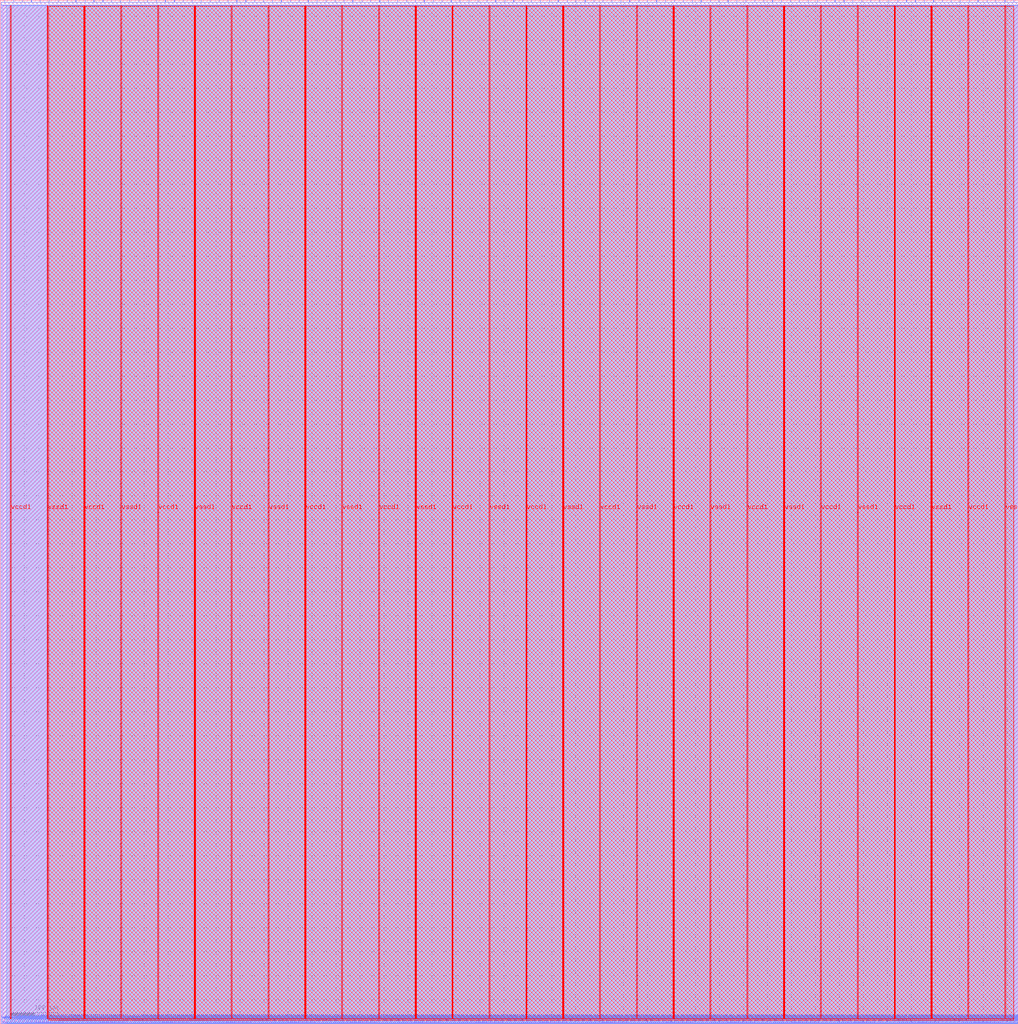
<source format=lef>
VERSION 5.7 ;
  NOWIREEXTENSIONATPIN ON ;
  DIVIDERCHAR "/" ;
  BUSBITCHARS "[]" ;
MACRO user_project
  CLASS BLOCK ;
  FOREIGN user_project ;
  ORIGIN 0.000 0.000 ;
  SIZE 2122.800 BY 2133.520 ;
  PIN io_in[0]
    DIRECTION INPUT ;
    USE SIGNAL ;
    PORT
      LAYER met2 ;
        RECT 9.290 2129.520 9.570 2133.520 ;
    END
  END io_in[0]
  PIN io_in[10]
    DIRECTION INPUT ;
    USE SIGNAL ;
    PORT
      LAYER met2 ;
        RECT 567.730 2129.520 568.010 2133.520 ;
    END
  END io_in[10]
  PIN io_in[11]
    DIRECTION INPUT ;
    USE SIGNAL ;
    PORT
      LAYER met2 ;
        RECT 623.390 2129.520 623.670 2133.520 ;
    END
  END io_in[11]
  PIN io_in[12]
    DIRECTION INPUT ;
    USE SIGNAL ;
    PORT
      LAYER met2 ;
        RECT 679.510 2129.520 679.790 2133.520 ;
    END
  END io_in[12]
  PIN io_in[13]
    DIRECTION INPUT ;
    USE SIGNAL ;
    PORT
      LAYER met2 ;
        RECT 735.170 2129.520 735.450 2133.520 ;
    END
  END io_in[13]
  PIN io_in[14]
    DIRECTION INPUT ;
    USE SIGNAL ;
    PORT
      LAYER met2 ;
        RECT 791.290 2129.520 791.570 2133.520 ;
    END
  END io_in[14]
  PIN io_in[15]
    DIRECTION INPUT ;
    USE SIGNAL ;
    PORT
      LAYER met2 ;
        RECT 846.950 2129.520 847.230 2133.520 ;
    END
  END io_in[15]
  PIN io_in[16]
    DIRECTION INPUT ;
    USE SIGNAL ;
    PORT
      LAYER met2 ;
        RECT 903.070 2129.520 903.350 2133.520 ;
    END
  END io_in[16]
  PIN io_in[17]
    DIRECTION INPUT ;
    USE SIGNAL ;
    PORT
      LAYER met2 ;
        RECT 958.730 2129.520 959.010 2133.520 ;
    END
  END io_in[17]
  PIN io_in[18]
    DIRECTION INPUT ;
    USE SIGNAL ;
    PORT
      LAYER met2 ;
        RECT 1014.850 2129.520 1015.130 2133.520 ;
    END
  END io_in[18]
  PIN io_in[19]
    DIRECTION INPUT ;
    USE SIGNAL ;
    PORT
      LAYER met2 ;
        RECT 1070.510 2129.520 1070.790 2133.520 ;
    END
  END io_in[19]
  PIN io_in[1]
    DIRECTION INPUT ;
    USE SIGNAL ;
    PORT
      LAYER met2 ;
        RECT 64.950 2129.520 65.230 2133.520 ;
    END
  END io_in[1]
  PIN io_in[20]
    DIRECTION INPUT ;
    USE SIGNAL ;
    PORT
      LAYER met2 ;
        RECT 1126.170 2129.520 1126.450 2133.520 ;
    END
  END io_in[20]
  PIN io_in[21]
    DIRECTION INPUT ;
    USE SIGNAL ;
    PORT
      LAYER met2 ;
        RECT 1182.290 2129.520 1182.570 2133.520 ;
    END
  END io_in[21]
  PIN io_in[22]
    DIRECTION INPUT ;
    USE SIGNAL ;
    PORT
      LAYER met2 ;
        RECT 1237.950 2129.520 1238.230 2133.520 ;
    END
  END io_in[22]
  PIN io_in[23]
    DIRECTION INPUT ;
    USE SIGNAL ;
    PORT
      LAYER met2 ;
        RECT 1294.070 2129.520 1294.350 2133.520 ;
    END
  END io_in[23]
  PIN io_in[24]
    DIRECTION INPUT ;
    USE SIGNAL ;
    PORT
      LAYER met2 ;
        RECT 1349.730 2129.520 1350.010 2133.520 ;
    END
  END io_in[24]
  PIN io_in[25]
    DIRECTION INPUT ;
    USE SIGNAL ;
    PORT
      LAYER met2 ;
        RECT 1405.850 2129.520 1406.130 2133.520 ;
    END
  END io_in[25]
  PIN io_in[26]
    DIRECTION INPUT ;
    USE SIGNAL ;
    PORT
      LAYER met2 ;
        RECT 1461.510 2129.520 1461.790 2133.520 ;
    END
  END io_in[26]
  PIN io_in[27]
    DIRECTION INPUT ;
    USE SIGNAL ;
    PORT
      LAYER met2 ;
        RECT 1517.630 2129.520 1517.910 2133.520 ;
    END
  END io_in[27]
  PIN io_in[28]
    DIRECTION INPUT ;
    USE SIGNAL ;
    PORT
      LAYER met2 ;
        RECT 1573.290 2129.520 1573.570 2133.520 ;
    END
  END io_in[28]
  PIN io_in[29]
    DIRECTION INPUT ;
    USE SIGNAL ;
    PORT
      LAYER met2 ;
        RECT 1628.950 2129.520 1629.230 2133.520 ;
    END
  END io_in[29]
  PIN io_in[2]
    DIRECTION INPUT ;
    USE SIGNAL ;
    PORT
      LAYER met2 ;
        RECT 120.610 2129.520 120.890 2133.520 ;
    END
  END io_in[2]
  PIN io_in[30]
    DIRECTION INPUT ;
    USE SIGNAL ;
    PORT
      LAYER met2 ;
        RECT 1685.070 2129.520 1685.350 2133.520 ;
    END
  END io_in[30]
  PIN io_in[31]
    DIRECTION INPUT ;
    USE SIGNAL ;
    PORT
      LAYER met2 ;
        RECT 1740.730 2129.520 1741.010 2133.520 ;
    END
  END io_in[31]
  PIN io_in[32]
    DIRECTION INPUT ;
    USE SIGNAL ;
    PORT
      LAYER met2 ;
        RECT 1796.850 2129.520 1797.130 2133.520 ;
    END
  END io_in[32]
  PIN io_in[33]
    DIRECTION INPUT ;
    USE SIGNAL ;
    PORT
      LAYER met2 ;
        RECT 1852.510 2129.520 1852.790 2133.520 ;
    END
  END io_in[33]
  PIN io_in[34]
    DIRECTION INPUT ;
    USE SIGNAL ;
    PORT
      LAYER met2 ;
        RECT 1908.630 2129.520 1908.910 2133.520 ;
    END
  END io_in[34]
  PIN io_in[35]
    DIRECTION INPUT ;
    USE SIGNAL ;
    PORT
      LAYER met2 ;
        RECT 1964.290 2129.520 1964.570 2133.520 ;
    END
  END io_in[35]
  PIN io_in[36]
    DIRECTION INPUT ;
    USE SIGNAL ;
    PORT
      LAYER met2 ;
        RECT 2020.410 2129.520 2020.690 2133.520 ;
    END
  END io_in[36]
  PIN io_in[37]
    DIRECTION INPUT ;
    USE SIGNAL ;
    PORT
      LAYER met2 ;
        RECT 2076.070 2129.520 2076.350 2133.520 ;
    END
  END io_in[37]
  PIN io_in[3]
    DIRECTION INPUT ;
    USE SIGNAL ;
    PORT
      LAYER met2 ;
        RECT 176.730 2129.520 177.010 2133.520 ;
    END
  END io_in[3]
  PIN io_in[4]
    DIRECTION INPUT ;
    USE SIGNAL ;
    PORT
      LAYER met2 ;
        RECT 232.390 2129.520 232.670 2133.520 ;
    END
  END io_in[4]
  PIN io_in[5]
    DIRECTION INPUT ;
    USE SIGNAL ;
    PORT
      LAYER met2 ;
        RECT 288.510 2129.520 288.790 2133.520 ;
    END
  END io_in[5]
  PIN io_in[6]
    DIRECTION INPUT ;
    USE SIGNAL ;
    PORT
      LAYER met2 ;
        RECT 344.170 2129.520 344.450 2133.520 ;
    END
  END io_in[6]
  PIN io_in[7]
    DIRECTION INPUT ;
    USE SIGNAL ;
    PORT
      LAYER met2 ;
        RECT 400.290 2129.520 400.570 2133.520 ;
    END
  END io_in[7]
  PIN io_in[8]
    DIRECTION INPUT ;
    USE SIGNAL ;
    PORT
      LAYER met2 ;
        RECT 455.950 2129.520 456.230 2133.520 ;
    END
  END io_in[8]
  PIN io_in[9]
    DIRECTION INPUT ;
    USE SIGNAL ;
    PORT
      LAYER met2 ;
        RECT 512.070 2129.520 512.350 2133.520 ;
    END
  END io_in[9]
  PIN io_oeb[0]
    DIRECTION OUTPUT TRISTATE ;
    USE SIGNAL ;
    PORT
      LAYER met2 ;
        RECT 27.690 2129.520 27.970 2133.520 ;
    END
  END io_oeb[0]
  PIN io_oeb[10]
    DIRECTION OUTPUT TRISTATE ;
    USE SIGNAL ;
    PORT
      LAYER met2 ;
        RECT 586.130 2129.520 586.410 2133.520 ;
    END
  END io_oeb[10]
  PIN io_oeb[11]
    DIRECTION OUTPUT TRISTATE ;
    USE SIGNAL ;
    PORT
      LAYER met2 ;
        RECT 642.250 2129.520 642.530 2133.520 ;
    END
  END io_oeb[11]
  PIN io_oeb[12]
    DIRECTION OUTPUT TRISTATE ;
    USE SIGNAL ;
    PORT
      LAYER met2 ;
        RECT 697.910 2129.520 698.190 2133.520 ;
    END
  END io_oeb[12]
  PIN io_oeb[13]
    DIRECTION OUTPUT TRISTATE ;
    USE SIGNAL ;
    PORT
      LAYER met2 ;
        RECT 754.030 2129.520 754.310 2133.520 ;
    END
  END io_oeb[13]
  PIN io_oeb[14]
    DIRECTION OUTPUT TRISTATE ;
    USE SIGNAL ;
    PORT
      LAYER met2 ;
        RECT 809.690 2129.520 809.970 2133.520 ;
    END
  END io_oeb[14]
  PIN io_oeb[15]
    DIRECTION OUTPUT TRISTATE ;
    USE SIGNAL ;
    PORT
      LAYER met2 ;
        RECT 865.810 2129.520 866.090 2133.520 ;
    END
  END io_oeb[15]
  PIN io_oeb[16]
    DIRECTION OUTPUT TRISTATE ;
    USE SIGNAL ;
    PORT
      LAYER met2 ;
        RECT 921.470 2129.520 921.750 2133.520 ;
    END
  END io_oeb[16]
  PIN io_oeb[17]
    DIRECTION OUTPUT TRISTATE ;
    USE SIGNAL ;
    PORT
      LAYER met2 ;
        RECT 977.590 2129.520 977.870 2133.520 ;
    END
  END io_oeb[17]
  PIN io_oeb[18]
    DIRECTION OUTPUT TRISTATE ;
    USE SIGNAL ;
    PORT
      LAYER met2 ;
        RECT 1033.250 2129.520 1033.530 2133.520 ;
    END
  END io_oeb[18]
  PIN io_oeb[19]
    DIRECTION OUTPUT TRISTATE ;
    USE SIGNAL ;
    PORT
      LAYER met2 ;
        RECT 1088.910 2129.520 1089.190 2133.520 ;
    END
  END io_oeb[19]
  PIN io_oeb[1]
    DIRECTION OUTPUT TRISTATE ;
    USE SIGNAL ;
    PORT
      LAYER met2 ;
        RECT 83.350 2129.520 83.630 2133.520 ;
    END
  END io_oeb[1]
  PIN io_oeb[20]
    DIRECTION OUTPUT TRISTATE ;
    USE SIGNAL ;
    PORT
      LAYER met2 ;
        RECT 1145.030 2129.520 1145.310 2133.520 ;
    END
  END io_oeb[20]
  PIN io_oeb[21]
    DIRECTION OUTPUT TRISTATE ;
    USE SIGNAL ;
    PORT
      LAYER met2 ;
        RECT 1200.690 2129.520 1200.970 2133.520 ;
    END
  END io_oeb[21]
  PIN io_oeb[22]
    DIRECTION OUTPUT TRISTATE ;
    USE SIGNAL ;
    PORT
      LAYER met2 ;
        RECT 1256.810 2129.520 1257.090 2133.520 ;
    END
  END io_oeb[22]
  PIN io_oeb[23]
    DIRECTION OUTPUT TRISTATE ;
    USE SIGNAL ;
    PORT
      LAYER met2 ;
        RECT 1312.470 2129.520 1312.750 2133.520 ;
    END
  END io_oeb[23]
  PIN io_oeb[24]
    DIRECTION OUTPUT TRISTATE ;
    USE SIGNAL ;
    PORT
      LAYER met2 ;
        RECT 1368.590 2129.520 1368.870 2133.520 ;
    END
  END io_oeb[24]
  PIN io_oeb[25]
    DIRECTION OUTPUT TRISTATE ;
    USE SIGNAL ;
    PORT
      LAYER met2 ;
        RECT 1424.250 2129.520 1424.530 2133.520 ;
    END
  END io_oeb[25]
  PIN io_oeb[26]
    DIRECTION OUTPUT TRISTATE ;
    USE SIGNAL ;
    PORT
      LAYER met2 ;
        RECT 1480.370 2129.520 1480.650 2133.520 ;
    END
  END io_oeb[26]
  PIN io_oeb[27]
    DIRECTION OUTPUT TRISTATE ;
    USE SIGNAL ;
    PORT
      LAYER met2 ;
        RECT 1536.030 2129.520 1536.310 2133.520 ;
    END
  END io_oeb[27]
  PIN io_oeb[28]
    DIRECTION OUTPUT TRISTATE ;
    USE SIGNAL ;
    PORT
      LAYER met2 ;
        RECT 1592.150 2129.520 1592.430 2133.520 ;
    END
  END io_oeb[28]
  PIN io_oeb[29]
    DIRECTION OUTPUT TRISTATE ;
    USE SIGNAL ;
    PORT
      LAYER met2 ;
        RECT 1647.810 2129.520 1648.090 2133.520 ;
    END
  END io_oeb[29]
  PIN io_oeb[2]
    DIRECTION OUTPUT TRISTATE ;
    USE SIGNAL ;
    PORT
      LAYER met2 ;
        RECT 139.470 2129.520 139.750 2133.520 ;
    END
  END io_oeb[2]
  PIN io_oeb[30]
    DIRECTION OUTPUT TRISTATE ;
    USE SIGNAL ;
    PORT
      LAYER met2 ;
        RECT 1703.470 2129.520 1703.750 2133.520 ;
    END
  END io_oeb[30]
  PIN io_oeb[31]
    DIRECTION OUTPUT TRISTATE ;
    USE SIGNAL ;
    PORT
      LAYER met2 ;
        RECT 1759.590 2129.520 1759.870 2133.520 ;
    END
  END io_oeb[31]
  PIN io_oeb[32]
    DIRECTION OUTPUT TRISTATE ;
    USE SIGNAL ;
    PORT
      LAYER met2 ;
        RECT 1815.250 2129.520 1815.530 2133.520 ;
    END
  END io_oeb[32]
  PIN io_oeb[33]
    DIRECTION OUTPUT TRISTATE ;
    USE SIGNAL ;
    PORT
      LAYER met2 ;
        RECT 1871.370 2129.520 1871.650 2133.520 ;
    END
  END io_oeb[33]
  PIN io_oeb[34]
    DIRECTION OUTPUT TRISTATE ;
    USE SIGNAL ;
    PORT
      LAYER met2 ;
        RECT 1927.030 2129.520 1927.310 2133.520 ;
    END
  END io_oeb[34]
  PIN io_oeb[35]
    DIRECTION OUTPUT TRISTATE ;
    USE SIGNAL ;
    PORT
      LAYER met2 ;
        RECT 1983.150 2129.520 1983.430 2133.520 ;
    END
  END io_oeb[35]
  PIN io_oeb[36]
    DIRECTION OUTPUT TRISTATE ;
    USE SIGNAL ;
    PORT
      LAYER met2 ;
        RECT 2038.810 2129.520 2039.090 2133.520 ;
    END
  END io_oeb[36]
  PIN io_oeb[37]
    DIRECTION OUTPUT TRISTATE ;
    USE SIGNAL ;
    PORT
      LAYER met2 ;
        RECT 2094.930 2129.520 2095.210 2133.520 ;
    END
  END io_oeb[37]
  PIN io_oeb[3]
    DIRECTION OUTPUT TRISTATE ;
    USE SIGNAL ;
    PORT
      LAYER met2 ;
        RECT 195.130 2129.520 195.410 2133.520 ;
    END
  END io_oeb[3]
  PIN io_oeb[4]
    DIRECTION OUTPUT TRISTATE ;
    USE SIGNAL ;
    PORT
      LAYER met2 ;
        RECT 251.250 2129.520 251.530 2133.520 ;
    END
  END io_oeb[4]
  PIN io_oeb[5]
    DIRECTION OUTPUT TRISTATE ;
    USE SIGNAL ;
    PORT
      LAYER met2 ;
        RECT 306.910 2129.520 307.190 2133.520 ;
    END
  END io_oeb[5]
  PIN io_oeb[6]
    DIRECTION OUTPUT TRISTATE ;
    USE SIGNAL ;
    PORT
      LAYER met2 ;
        RECT 363.030 2129.520 363.310 2133.520 ;
    END
  END io_oeb[6]
  PIN io_oeb[7]
    DIRECTION OUTPUT TRISTATE ;
    USE SIGNAL ;
    PORT
      LAYER met2 ;
        RECT 418.690 2129.520 418.970 2133.520 ;
    END
  END io_oeb[7]
  PIN io_oeb[8]
    DIRECTION OUTPUT TRISTATE ;
    USE SIGNAL ;
    PORT
      LAYER met2 ;
        RECT 474.810 2129.520 475.090 2133.520 ;
    END
  END io_oeb[8]
  PIN io_oeb[9]
    DIRECTION OUTPUT TRISTATE ;
    USE SIGNAL ;
    PORT
      LAYER met2 ;
        RECT 530.470 2129.520 530.750 2133.520 ;
    END
  END io_oeb[9]
  PIN io_out[0]
    DIRECTION OUTPUT TRISTATE ;
    USE SIGNAL ;
    PORT
      LAYER met2 ;
        RECT 46.090 2129.520 46.370 2133.520 ;
    END
  END io_out[0]
  PIN io_out[10]
    DIRECTION OUTPUT TRISTATE ;
    USE SIGNAL ;
    PORT
      LAYER met2 ;
        RECT 604.990 2129.520 605.270 2133.520 ;
    END
  END io_out[10]
  PIN io_out[11]
    DIRECTION OUTPUT TRISTATE ;
    USE SIGNAL ;
    PORT
      LAYER met2 ;
        RECT 660.650 2129.520 660.930 2133.520 ;
    END
  END io_out[11]
  PIN io_out[12]
    DIRECTION OUTPUT TRISTATE ;
    USE SIGNAL ;
    PORT
      LAYER met2 ;
        RECT 716.770 2129.520 717.050 2133.520 ;
    END
  END io_out[12]
  PIN io_out[13]
    DIRECTION OUTPUT TRISTATE ;
    USE SIGNAL ;
    PORT
      LAYER met2 ;
        RECT 772.430 2129.520 772.710 2133.520 ;
    END
  END io_out[13]
  PIN io_out[14]
    DIRECTION OUTPUT TRISTATE ;
    USE SIGNAL ;
    PORT
      LAYER met2 ;
        RECT 828.550 2129.520 828.830 2133.520 ;
    END
  END io_out[14]
  PIN io_out[15]
    DIRECTION OUTPUT TRISTATE ;
    USE SIGNAL ;
    PORT
      LAYER met2 ;
        RECT 884.210 2129.520 884.490 2133.520 ;
    END
  END io_out[15]
  PIN io_out[16]
    DIRECTION OUTPUT TRISTATE ;
    USE SIGNAL ;
    PORT
      LAYER met2 ;
        RECT 940.330 2129.520 940.610 2133.520 ;
    END
  END io_out[16]
  PIN io_out[17]
    DIRECTION OUTPUT TRISTATE ;
    USE SIGNAL ;
    PORT
      LAYER met2 ;
        RECT 995.990 2129.520 996.270 2133.520 ;
    END
  END io_out[17]
  PIN io_out[18]
    DIRECTION OUTPUT TRISTATE ;
    USE SIGNAL ;
    PORT
      LAYER met2 ;
        RECT 1052.110 2129.520 1052.390 2133.520 ;
    END
  END io_out[18]
  PIN io_out[19]
    DIRECTION OUTPUT TRISTATE ;
    USE SIGNAL ;
    PORT
      LAYER met2 ;
        RECT 1107.770 2129.520 1108.050 2133.520 ;
    END
  END io_out[19]
  PIN io_out[1]
    DIRECTION OUTPUT TRISTATE ;
    USE SIGNAL ;
    PORT
      LAYER met2 ;
        RECT 102.210 2129.520 102.490 2133.520 ;
    END
  END io_out[1]
  PIN io_out[20]
    DIRECTION OUTPUT TRISTATE ;
    USE SIGNAL ;
    PORT
      LAYER met2 ;
        RECT 1163.430 2129.520 1163.710 2133.520 ;
    END
  END io_out[20]
  PIN io_out[21]
    DIRECTION OUTPUT TRISTATE ;
    USE SIGNAL ;
    PORT
      LAYER met2 ;
        RECT 1219.550 2129.520 1219.830 2133.520 ;
    END
  END io_out[21]
  PIN io_out[22]
    DIRECTION OUTPUT TRISTATE ;
    USE SIGNAL ;
    PORT
      LAYER met2 ;
        RECT 1275.210 2129.520 1275.490 2133.520 ;
    END
  END io_out[22]
  PIN io_out[23]
    DIRECTION OUTPUT TRISTATE ;
    USE SIGNAL ;
    PORT
      LAYER met2 ;
        RECT 1331.330 2129.520 1331.610 2133.520 ;
    END
  END io_out[23]
  PIN io_out[24]
    DIRECTION OUTPUT TRISTATE ;
    USE SIGNAL ;
    PORT
      LAYER met2 ;
        RECT 1386.990 2129.520 1387.270 2133.520 ;
    END
  END io_out[24]
  PIN io_out[25]
    DIRECTION OUTPUT TRISTATE ;
    USE SIGNAL ;
    PORT
      LAYER met2 ;
        RECT 1443.110 2129.520 1443.390 2133.520 ;
    END
  END io_out[25]
  PIN io_out[26]
    DIRECTION OUTPUT TRISTATE ;
    USE SIGNAL ;
    PORT
      LAYER met2 ;
        RECT 1498.770 2129.520 1499.050 2133.520 ;
    END
  END io_out[26]
  PIN io_out[27]
    DIRECTION OUTPUT TRISTATE ;
    USE SIGNAL ;
    PORT
      LAYER met2 ;
        RECT 1554.890 2129.520 1555.170 2133.520 ;
    END
  END io_out[27]
  PIN io_out[28]
    DIRECTION OUTPUT TRISTATE ;
    USE SIGNAL ;
    PORT
      LAYER met2 ;
        RECT 1610.550 2129.520 1610.830 2133.520 ;
    END
  END io_out[28]
  PIN io_out[29]
    DIRECTION OUTPUT TRISTATE ;
    USE SIGNAL ;
    PORT
      LAYER met2 ;
        RECT 1666.210 2129.520 1666.490 2133.520 ;
    END
  END io_out[29]
  PIN io_out[2]
    DIRECTION OUTPUT TRISTATE ;
    USE SIGNAL ;
    PORT
      LAYER met2 ;
        RECT 157.870 2129.520 158.150 2133.520 ;
    END
  END io_out[2]
  PIN io_out[30]
    DIRECTION OUTPUT TRISTATE ;
    USE SIGNAL ;
    PORT
      LAYER met2 ;
        RECT 1722.330 2129.520 1722.610 2133.520 ;
    END
  END io_out[30]
  PIN io_out[31]
    DIRECTION OUTPUT TRISTATE ;
    USE SIGNAL ;
    PORT
      LAYER met2 ;
        RECT 1777.990 2129.520 1778.270 2133.520 ;
    END
  END io_out[31]
  PIN io_out[32]
    DIRECTION OUTPUT TRISTATE ;
    USE SIGNAL ;
    PORT
      LAYER met2 ;
        RECT 1834.110 2129.520 1834.390 2133.520 ;
    END
  END io_out[32]
  PIN io_out[33]
    DIRECTION OUTPUT TRISTATE ;
    USE SIGNAL ;
    PORT
      LAYER met2 ;
        RECT 1889.770 2129.520 1890.050 2133.520 ;
    END
  END io_out[33]
  PIN io_out[34]
    DIRECTION OUTPUT TRISTATE ;
    USE SIGNAL ;
    PORT
      LAYER met2 ;
        RECT 1945.890 2129.520 1946.170 2133.520 ;
    END
  END io_out[34]
  PIN io_out[35]
    DIRECTION OUTPUT TRISTATE ;
    USE SIGNAL ;
    PORT
      LAYER met2 ;
        RECT 2001.550 2129.520 2001.830 2133.520 ;
    END
  END io_out[35]
  PIN io_out[36]
    DIRECTION OUTPUT TRISTATE ;
    USE SIGNAL ;
    PORT
      LAYER met2 ;
        RECT 2057.670 2129.520 2057.950 2133.520 ;
    END
  END io_out[36]
  PIN io_out[37]
    DIRECTION OUTPUT TRISTATE ;
    USE SIGNAL ;
    PORT
      LAYER met2 ;
        RECT 2113.330 2129.520 2113.610 2133.520 ;
    END
  END io_out[37]
  PIN io_out[3]
    DIRECTION OUTPUT TRISTATE ;
    USE SIGNAL ;
    PORT
      LAYER met2 ;
        RECT 213.990 2129.520 214.270 2133.520 ;
    END
  END io_out[3]
  PIN io_out[4]
    DIRECTION OUTPUT TRISTATE ;
    USE SIGNAL ;
    PORT
      LAYER met2 ;
        RECT 269.650 2129.520 269.930 2133.520 ;
    END
  END io_out[4]
  PIN io_out[5]
    DIRECTION OUTPUT TRISTATE ;
    USE SIGNAL ;
    PORT
      LAYER met2 ;
        RECT 325.770 2129.520 326.050 2133.520 ;
    END
  END io_out[5]
  PIN io_out[6]
    DIRECTION OUTPUT TRISTATE ;
    USE SIGNAL ;
    PORT
      LAYER met2 ;
        RECT 381.430 2129.520 381.710 2133.520 ;
    END
  END io_out[6]
  PIN io_out[7]
    DIRECTION OUTPUT TRISTATE ;
    USE SIGNAL ;
    PORT
      LAYER met2 ;
        RECT 437.550 2129.520 437.830 2133.520 ;
    END
  END io_out[7]
  PIN io_out[8]
    DIRECTION OUTPUT TRISTATE ;
    USE SIGNAL ;
    PORT
      LAYER met2 ;
        RECT 493.210 2129.520 493.490 2133.520 ;
    END
  END io_out[8]
  PIN io_out[9]
    DIRECTION OUTPUT TRISTATE ;
    USE SIGNAL ;
    PORT
      LAYER met2 ;
        RECT 548.870 2129.520 549.150 2133.520 ;
    END
  END io_out[9]
  PIN irq[0]
    DIRECTION OUTPUT TRISTATE ;
    USE SIGNAL ;
    PORT
      LAYER met2 ;
        RECT 2111.490 0.000 2111.770 4.000 ;
    END
  END irq[0]
  PIN irq[1]
    DIRECTION OUTPUT TRISTATE ;
    USE SIGNAL ;
    PORT
      LAYER met2 ;
        RECT 2116.090 0.000 2116.370 4.000 ;
    END
  END irq[1]
  PIN irq[2]
    DIRECTION OUTPUT TRISTATE ;
    USE SIGNAL ;
    PORT
      LAYER met2 ;
        RECT 2120.230 0.000 2120.510 4.000 ;
    END
  END irq[2]
  PIN la_data_in[0]
    DIRECTION INPUT ;
    USE SIGNAL ;
    PORT
      LAYER met2 ;
        RECT 458.250 0.000 458.530 4.000 ;
    END
  END la_data_in[0]
  PIN la_data_in[100]
    DIRECTION INPUT ;
    USE SIGNAL ;
    PORT
      LAYER met2 ;
        RECT 1749.930 0.000 1750.210 4.000 ;
    END
  END la_data_in[100]
  PIN la_data_in[101]
    DIRECTION INPUT ;
    USE SIGNAL ;
    PORT
      LAYER met2 ;
        RECT 1762.810 0.000 1763.090 4.000 ;
    END
  END la_data_in[101]
  PIN la_data_in[102]
    DIRECTION INPUT ;
    USE SIGNAL ;
    PORT
      LAYER met2 ;
        RECT 1775.690 0.000 1775.970 4.000 ;
    END
  END la_data_in[102]
  PIN la_data_in[103]
    DIRECTION INPUT ;
    USE SIGNAL ;
    PORT
      LAYER met2 ;
        RECT 1788.570 0.000 1788.850 4.000 ;
    END
  END la_data_in[103]
  PIN la_data_in[104]
    DIRECTION INPUT ;
    USE SIGNAL ;
    PORT
      LAYER met2 ;
        RECT 1801.450 0.000 1801.730 4.000 ;
    END
  END la_data_in[104]
  PIN la_data_in[105]
    DIRECTION INPUT ;
    USE SIGNAL ;
    PORT
      LAYER met2 ;
        RECT 1814.790 0.000 1815.070 4.000 ;
    END
  END la_data_in[105]
  PIN la_data_in[106]
    DIRECTION INPUT ;
    USE SIGNAL ;
    PORT
      LAYER met2 ;
        RECT 1827.670 0.000 1827.950 4.000 ;
    END
  END la_data_in[106]
  PIN la_data_in[107]
    DIRECTION INPUT ;
    USE SIGNAL ;
    PORT
      LAYER met2 ;
        RECT 1840.550 0.000 1840.830 4.000 ;
    END
  END la_data_in[107]
  PIN la_data_in[108]
    DIRECTION INPUT ;
    USE SIGNAL ;
    PORT
      LAYER met2 ;
        RECT 1853.430 0.000 1853.710 4.000 ;
    END
  END la_data_in[108]
  PIN la_data_in[109]
    DIRECTION INPUT ;
    USE SIGNAL ;
    PORT
      LAYER met2 ;
        RECT 1866.310 0.000 1866.590 4.000 ;
    END
  END la_data_in[109]
  PIN la_data_in[10]
    DIRECTION INPUT ;
    USE SIGNAL ;
    PORT
      LAYER met2 ;
        RECT 587.510 0.000 587.790 4.000 ;
    END
  END la_data_in[10]
  PIN la_data_in[110]
    DIRECTION INPUT ;
    USE SIGNAL ;
    PORT
      LAYER met2 ;
        RECT 1879.190 0.000 1879.470 4.000 ;
    END
  END la_data_in[110]
  PIN la_data_in[111]
    DIRECTION INPUT ;
    USE SIGNAL ;
    PORT
      LAYER met2 ;
        RECT 1892.070 0.000 1892.350 4.000 ;
    END
  END la_data_in[111]
  PIN la_data_in[112]
    DIRECTION INPUT ;
    USE SIGNAL ;
    PORT
      LAYER met2 ;
        RECT 1904.950 0.000 1905.230 4.000 ;
    END
  END la_data_in[112]
  PIN la_data_in[113]
    DIRECTION INPUT ;
    USE SIGNAL ;
    PORT
      LAYER met2 ;
        RECT 1917.830 0.000 1918.110 4.000 ;
    END
  END la_data_in[113]
  PIN la_data_in[114]
    DIRECTION INPUT ;
    USE SIGNAL ;
    PORT
      LAYER met2 ;
        RECT 1930.710 0.000 1930.990 4.000 ;
    END
  END la_data_in[114]
  PIN la_data_in[115]
    DIRECTION INPUT ;
    USE SIGNAL ;
    PORT
      LAYER met2 ;
        RECT 1943.590 0.000 1943.870 4.000 ;
    END
  END la_data_in[115]
  PIN la_data_in[116]
    DIRECTION INPUT ;
    USE SIGNAL ;
    PORT
      LAYER met2 ;
        RECT 1956.470 0.000 1956.750 4.000 ;
    END
  END la_data_in[116]
  PIN la_data_in[117]
    DIRECTION INPUT ;
    USE SIGNAL ;
    PORT
      LAYER met2 ;
        RECT 1969.810 0.000 1970.090 4.000 ;
    END
  END la_data_in[117]
  PIN la_data_in[118]
    DIRECTION INPUT ;
    USE SIGNAL ;
    PORT
      LAYER met2 ;
        RECT 1982.690 0.000 1982.970 4.000 ;
    END
  END la_data_in[118]
  PIN la_data_in[119]
    DIRECTION INPUT ;
    USE SIGNAL ;
    PORT
      LAYER met2 ;
        RECT 1995.570 0.000 1995.850 4.000 ;
    END
  END la_data_in[119]
  PIN la_data_in[11]
    DIRECTION INPUT ;
    USE SIGNAL ;
    PORT
      LAYER met2 ;
        RECT 600.390 0.000 600.670 4.000 ;
    END
  END la_data_in[11]
  PIN la_data_in[120]
    DIRECTION INPUT ;
    USE SIGNAL ;
    PORT
      LAYER met2 ;
        RECT 2008.450 0.000 2008.730 4.000 ;
    END
  END la_data_in[120]
  PIN la_data_in[121]
    DIRECTION INPUT ;
    USE SIGNAL ;
    PORT
      LAYER met2 ;
        RECT 2021.330 0.000 2021.610 4.000 ;
    END
  END la_data_in[121]
  PIN la_data_in[122]
    DIRECTION INPUT ;
    USE SIGNAL ;
    PORT
      LAYER met2 ;
        RECT 2034.210 0.000 2034.490 4.000 ;
    END
  END la_data_in[122]
  PIN la_data_in[123]
    DIRECTION INPUT ;
    USE SIGNAL ;
    PORT
      LAYER met2 ;
        RECT 2047.090 0.000 2047.370 4.000 ;
    END
  END la_data_in[123]
  PIN la_data_in[124]
    DIRECTION INPUT ;
    USE SIGNAL ;
    PORT
      LAYER met2 ;
        RECT 2059.970 0.000 2060.250 4.000 ;
    END
  END la_data_in[124]
  PIN la_data_in[125]
    DIRECTION INPUT ;
    USE SIGNAL ;
    PORT
      LAYER met2 ;
        RECT 2072.850 0.000 2073.130 4.000 ;
    END
  END la_data_in[125]
  PIN la_data_in[126]
    DIRECTION INPUT ;
    USE SIGNAL ;
    PORT
      LAYER met2 ;
        RECT 2085.730 0.000 2086.010 4.000 ;
    END
  END la_data_in[126]
  PIN la_data_in[127]
    DIRECTION INPUT ;
    USE SIGNAL ;
    PORT
      LAYER met2 ;
        RECT 2098.610 0.000 2098.890 4.000 ;
    END
  END la_data_in[127]
  PIN la_data_in[12]
    DIRECTION INPUT ;
    USE SIGNAL ;
    PORT
      LAYER met2 ;
        RECT 613.270 0.000 613.550 4.000 ;
    END
  END la_data_in[12]
  PIN la_data_in[13]
    DIRECTION INPUT ;
    USE SIGNAL ;
    PORT
      LAYER met2 ;
        RECT 626.150 0.000 626.430 4.000 ;
    END
  END la_data_in[13]
  PIN la_data_in[14]
    DIRECTION INPUT ;
    USE SIGNAL ;
    PORT
      LAYER met2 ;
        RECT 639.030 0.000 639.310 4.000 ;
    END
  END la_data_in[14]
  PIN la_data_in[15]
    DIRECTION INPUT ;
    USE SIGNAL ;
    PORT
      LAYER met2 ;
        RECT 651.910 0.000 652.190 4.000 ;
    END
  END la_data_in[15]
  PIN la_data_in[16]
    DIRECTION INPUT ;
    USE SIGNAL ;
    PORT
      LAYER met2 ;
        RECT 664.790 0.000 665.070 4.000 ;
    END
  END la_data_in[16]
  PIN la_data_in[17]
    DIRECTION INPUT ;
    USE SIGNAL ;
    PORT
      LAYER met2 ;
        RECT 677.670 0.000 677.950 4.000 ;
    END
  END la_data_in[17]
  PIN la_data_in[18]
    DIRECTION INPUT ;
    USE SIGNAL ;
    PORT
      LAYER met2 ;
        RECT 690.550 0.000 690.830 4.000 ;
    END
  END la_data_in[18]
  PIN la_data_in[19]
    DIRECTION INPUT ;
    USE SIGNAL ;
    PORT
      LAYER met2 ;
        RECT 703.430 0.000 703.710 4.000 ;
    END
  END la_data_in[19]
  PIN la_data_in[1]
    DIRECTION INPUT ;
    USE SIGNAL ;
    PORT
      LAYER met2 ;
        RECT 471.130 0.000 471.410 4.000 ;
    END
  END la_data_in[1]
  PIN la_data_in[20]
    DIRECTION INPUT ;
    USE SIGNAL ;
    PORT
      LAYER met2 ;
        RECT 716.310 0.000 716.590 4.000 ;
    END
  END la_data_in[20]
  PIN la_data_in[21]
    DIRECTION INPUT ;
    USE SIGNAL ;
    PORT
      LAYER met2 ;
        RECT 729.650 0.000 729.930 4.000 ;
    END
  END la_data_in[21]
  PIN la_data_in[22]
    DIRECTION INPUT ;
    USE SIGNAL ;
    PORT
      LAYER met2 ;
        RECT 742.530 0.000 742.810 4.000 ;
    END
  END la_data_in[22]
  PIN la_data_in[23]
    DIRECTION INPUT ;
    USE SIGNAL ;
    PORT
      LAYER met2 ;
        RECT 755.410 0.000 755.690 4.000 ;
    END
  END la_data_in[23]
  PIN la_data_in[24]
    DIRECTION INPUT ;
    USE SIGNAL ;
    PORT
      LAYER met2 ;
        RECT 768.290 0.000 768.570 4.000 ;
    END
  END la_data_in[24]
  PIN la_data_in[25]
    DIRECTION INPUT ;
    USE SIGNAL ;
    PORT
      LAYER met2 ;
        RECT 781.170 0.000 781.450 4.000 ;
    END
  END la_data_in[25]
  PIN la_data_in[26]
    DIRECTION INPUT ;
    USE SIGNAL ;
    PORT
      LAYER met2 ;
        RECT 794.050 0.000 794.330 4.000 ;
    END
  END la_data_in[26]
  PIN la_data_in[27]
    DIRECTION INPUT ;
    USE SIGNAL ;
    PORT
      LAYER met2 ;
        RECT 806.930 0.000 807.210 4.000 ;
    END
  END la_data_in[27]
  PIN la_data_in[28]
    DIRECTION INPUT ;
    USE SIGNAL ;
    PORT
      LAYER met2 ;
        RECT 819.810 0.000 820.090 4.000 ;
    END
  END la_data_in[28]
  PIN la_data_in[29]
    DIRECTION INPUT ;
    USE SIGNAL ;
    PORT
      LAYER met2 ;
        RECT 832.690 0.000 832.970 4.000 ;
    END
  END la_data_in[29]
  PIN la_data_in[2]
    DIRECTION INPUT ;
    USE SIGNAL ;
    PORT
      LAYER met2 ;
        RECT 484.010 0.000 484.290 4.000 ;
    END
  END la_data_in[2]
  PIN la_data_in[30]
    DIRECTION INPUT ;
    USE SIGNAL ;
    PORT
      LAYER met2 ;
        RECT 845.570 0.000 845.850 4.000 ;
    END
  END la_data_in[30]
  PIN la_data_in[31]
    DIRECTION INPUT ;
    USE SIGNAL ;
    PORT
      LAYER met2 ;
        RECT 858.450 0.000 858.730 4.000 ;
    END
  END la_data_in[31]
  PIN la_data_in[32]
    DIRECTION INPUT ;
    USE SIGNAL ;
    PORT
      LAYER met2 ;
        RECT 871.330 0.000 871.610 4.000 ;
    END
  END la_data_in[32]
  PIN la_data_in[33]
    DIRECTION INPUT ;
    USE SIGNAL ;
    PORT
      LAYER met2 ;
        RECT 884.670 0.000 884.950 4.000 ;
    END
  END la_data_in[33]
  PIN la_data_in[34]
    DIRECTION INPUT ;
    USE SIGNAL ;
    PORT
      LAYER met2 ;
        RECT 897.550 0.000 897.830 4.000 ;
    END
  END la_data_in[34]
  PIN la_data_in[35]
    DIRECTION INPUT ;
    USE SIGNAL ;
    PORT
      LAYER met2 ;
        RECT 910.430 0.000 910.710 4.000 ;
    END
  END la_data_in[35]
  PIN la_data_in[36]
    DIRECTION INPUT ;
    USE SIGNAL ;
    PORT
      LAYER met2 ;
        RECT 923.310 0.000 923.590 4.000 ;
    END
  END la_data_in[36]
  PIN la_data_in[37]
    DIRECTION INPUT ;
    USE SIGNAL ;
    PORT
      LAYER met2 ;
        RECT 936.190 0.000 936.470 4.000 ;
    END
  END la_data_in[37]
  PIN la_data_in[38]
    DIRECTION INPUT ;
    USE SIGNAL ;
    PORT
      LAYER met2 ;
        RECT 949.070 0.000 949.350 4.000 ;
    END
  END la_data_in[38]
  PIN la_data_in[39]
    DIRECTION INPUT ;
    USE SIGNAL ;
    PORT
      LAYER met2 ;
        RECT 961.950 0.000 962.230 4.000 ;
    END
  END la_data_in[39]
  PIN la_data_in[3]
    DIRECTION INPUT ;
    USE SIGNAL ;
    PORT
      LAYER met2 ;
        RECT 496.890 0.000 497.170 4.000 ;
    END
  END la_data_in[3]
  PIN la_data_in[40]
    DIRECTION INPUT ;
    USE SIGNAL ;
    PORT
      LAYER met2 ;
        RECT 974.830 0.000 975.110 4.000 ;
    END
  END la_data_in[40]
  PIN la_data_in[41]
    DIRECTION INPUT ;
    USE SIGNAL ;
    PORT
      LAYER met2 ;
        RECT 987.710 0.000 987.990 4.000 ;
    END
  END la_data_in[41]
  PIN la_data_in[42]
    DIRECTION INPUT ;
    USE SIGNAL ;
    PORT
      LAYER met2 ;
        RECT 1000.590 0.000 1000.870 4.000 ;
    END
  END la_data_in[42]
  PIN la_data_in[43]
    DIRECTION INPUT ;
    USE SIGNAL ;
    PORT
      LAYER met2 ;
        RECT 1013.470 0.000 1013.750 4.000 ;
    END
  END la_data_in[43]
  PIN la_data_in[44]
    DIRECTION INPUT ;
    USE SIGNAL ;
    PORT
      LAYER met2 ;
        RECT 1026.350 0.000 1026.630 4.000 ;
    END
  END la_data_in[44]
  PIN la_data_in[45]
    DIRECTION INPUT ;
    USE SIGNAL ;
    PORT
      LAYER met2 ;
        RECT 1039.690 0.000 1039.970 4.000 ;
    END
  END la_data_in[45]
  PIN la_data_in[46]
    DIRECTION INPUT ;
    USE SIGNAL ;
    PORT
      LAYER met2 ;
        RECT 1052.570 0.000 1052.850 4.000 ;
    END
  END la_data_in[46]
  PIN la_data_in[47]
    DIRECTION INPUT ;
    USE SIGNAL ;
    PORT
      LAYER met2 ;
        RECT 1065.450 0.000 1065.730 4.000 ;
    END
  END la_data_in[47]
  PIN la_data_in[48]
    DIRECTION INPUT ;
    USE SIGNAL ;
    PORT
      LAYER met2 ;
        RECT 1078.330 0.000 1078.610 4.000 ;
    END
  END la_data_in[48]
  PIN la_data_in[49]
    DIRECTION INPUT ;
    USE SIGNAL ;
    PORT
      LAYER met2 ;
        RECT 1091.210 0.000 1091.490 4.000 ;
    END
  END la_data_in[49]
  PIN la_data_in[4]
    DIRECTION INPUT ;
    USE SIGNAL ;
    PORT
      LAYER met2 ;
        RECT 509.770 0.000 510.050 4.000 ;
    END
  END la_data_in[4]
  PIN la_data_in[50]
    DIRECTION INPUT ;
    USE SIGNAL ;
    PORT
      LAYER met2 ;
        RECT 1104.090 0.000 1104.370 4.000 ;
    END
  END la_data_in[50]
  PIN la_data_in[51]
    DIRECTION INPUT ;
    USE SIGNAL ;
    PORT
      LAYER met2 ;
        RECT 1116.970 0.000 1117.250 4.000 ;
    END
  END la_data_in[51]
  PIN la_data_in[52]
    DIRECTION INPUT ;
    USE SIGNAL ;
    PORT
      LAYER met2 ;
        RECT 1129.850 0.000 1130.130 4.000 ;
    END
  END la_data_in[52]
  PIN la_data_in[53]
    DIRECTION INPUT ;
    USE SIGNAL ;
    PORT
      LAYER met2 ;
        RECT 1142.730 0.000 1143.010 4.000 ;
    END
  END la_data_in[53]
  PIN la_data_in[54]
    DIRECTION INPUT ;
    USE SIGNAL ;
    PORT
      LAYER met2 ;
        RECT 1155.610 0.000 1155.890 4.000 ;
    END
  END la_data_in[54]
  PIN la_data_in[55]
    DIRECTION INPUT ;
    USE SIGNAL ;
    PORT
      LAYER met2 ;
        RECT 1168.490 0.000 1168.770 4.000 ;
    END
  END la_data_in[55]
  PIN la_data_in[56]
    DIRECTION INPUT ;
    USE SIGNAL ;
    PORT
      LAYER met2 ;
        RECT 1181.370 0.000 1181.650 4.000 ;
    END
  END la_data_in[56]
  PIN la_data_in[57]
    DIRECTION INPUT ;
    USE SIGNAL ;
    PORT
      LAYER met2 ;
        RECT 1194.710 0.000 1194.990 4.000 ;
    END
  END la_data_in[57]
  PIN la_data_in[58]
    DIRECTION INPUT ;
    USE SIGNAL ;
    PORT
      LAYER met2 ;
        RECT 1207.590 0.000 1207.870 4.000 ;
    END
  END la_data_in[58]
  PIN la_data_in[59]
    DIRECTION INPUT ;
    USE SIGNAL ;
    PORT
      LAYER met2 ;
        RECT 1220.470 0.000 1220.750 4.000 ;
    END
  END la_data_in[59]
  PIN la_data_in[5]
    DIRECTION INPUT ;
    USE SIGNAL ;
    PORT
      LAYER met2 ;
        RECT 522.650 0.000 522.930 4.000 ;
    END
  END la_data_in[5]
  PIN la_data_in[60]
    DIRECTION INPUT ;
    USE SIGNAL ;
    PORT
      LAYER met2 ;
        RECT 1233.350 0.000 1233.630 4.000 ;
    END
  END la_data_in[60]
  PIN la_data_in[61]
    DIRECTION INPUT ;
    USE SIGNAL ;
    PORT
      LAYER met2 ;
        RECT 1246.230 0.000 1246.510 4.000 ;
    END
  END la_data_in[61]
  PIN la_data_in[62]
    DIRECTION INPUT ;
    USE SIGNAL ;
    PORT
      LAYER met2 ;
        RECT 1259.110 0.000 1259.390 4.000 ;
    END
  END la_data_in[62]
  PIN la_data_in[63]
    DIRECTION INPUT ;
    USE SIGNAL ;
    PORT
      LAYER met2 ;
        RECT 1271.990 0.000 1272.270 4.000 ;
    END
  END la_data_in[63]
  PIN la_data_in[64]
    DIRECTION INPUT ;
    USE SIGNAL ;
    PORT
      LAYER met2 ;
        RECT 1284.870 0.000 1285.150 4.000 ;
    END
  END la_data_in[64]
  PIN la_data_in[65]
    DIRECTION INPUT ;
    USE SIGNAL ;
    PORT
      LAYER met2 ;
        RECT 1297.750 0.000 1298.030 4.000 ;
    END
  END la_data_in[65]
  PIN la_data_in[66]
    DIRECTION INPUT ;
    USE SIGNAL ;
    PORT
      LAYER met2 ;
        RECT 1310.630 0.000 1310.910 4.000 ;
    END
  END la_data_in[66]
  PIN la_data_in[67]
    DIRECTION INPUT ;
    USE SIGNAL ;
    PORT
      LAYER met2 ;
        RECT 1323.510 0.000 1323.790 4.000 ;
    END
  END la_data_in[67]
  PIN la_data_in[68]
    DIRECTION INPUT ;
    USE SIGNAL ;
    PORT
      LAYER met2 ;
        RECT 1336.390 0.000 1336.670 4.000 ;
    END
  END la_data_in[68]
  PIN la_data_in[69]
    DIRECTION INPUT ;
    USE SIGNAL ;
    PORT
      LAYER met2 ;
        RECT 1349.730 0.000 1350.010 4.000 ;
    END
  END la_data_in[69]
  PIN la_data_in[6]
    DIRECTION INPUT ;
    USE SIGNAL ;
    PORT
      LAYER met2 ;
        RECT 535.530 0.000 535.810 4.000 ;
    END
  END la_data_in[6]
  PIN la_data_in[70]
    DIRECTION INPUT ;
    USE SIGNAL ;
    PORT
      LAYER met2 ;
        RECT 1362.610 0.000 1362.890 4.000 ;
    END
  END la_data_in[70]
  PIN la_data_in[71]
    DIRECTION INPUT ;
    USE SIGNAL ;
    PORT
      LAYER met2 ;
        RECT 1375.490 0.000 1375.770 4.000 ;
    END
  END la_data_in[71]
  PIN la_data_in[72]
    DIRECTION INPUT ;
    USE SIGNAL ;
    PORT
      LAYER met2 ;
        RECT 1388.370 0.000 1388.650 4.000 ;
    END
  END la_data_in[72]
  PIN la_data_in[73]
    DIRECTION INPUT ;
    USE SIGNAL ;
    PORT
      LAYER met2 ;
        RECT 1401.250 0.000 1401.530 4.000 ;
    END
  END la_data_in[73]
  PIN la_data_in[74]
    DIRECTION INPUT ;
    USE SIGNAL ;
    PORT
      LAYER met2 ;
        RECT 1414.130 0.000 1414.410 4.000 ;
    END
  END la_data_in[74]
  PIN la_data_in[75]
    DIRECTION INPUT ;
    USE SIGNAL ;
    PORT
      LAYER met2 ;
        RECT 1427.010 0.000 1427.290 4.000 ;
    END
  END la_data_in[75]
  PIN la_data_in[76]
    DIRECTION INPUT ;
    USE SIGNAL ;
    PORT
      LAYER met2 ;
        RECT 1439.890 0.000 1440.170 4.000 ;
    END
  END la_data_in[76]
  PIN la_data_in[77]
    DIRECTION INPUT ;
    USE SIGNAL ;
    PORT
      LAYER met2 ;
        RECT 1452.770 0.000 1453.050 4.000 ;
    END
  END la_data_in[77]
  PIN la_data_in[78]
    DIRECTION INPUT ;
    USE SIGNAL ;
    PORT
      LAYER met2 ;
        RECT 1465.650 0.000 1465.930 4.000 ;
    END
  END la_data_in[78]
  PIN la_data_in[79]
    DIRECTION INPUT ;
    USE SIGNAL ;
    PORT
      LAYER met2 ;
        RECT 1478.530 0.000 1478.810 4.000 ;
    END
  END la_data_in[79]
  PIN la_data_in[7]
    DIRECTION INPUT ;
    USE SIGNAL ;
    PORT
      LAYER met2 ;
        RECT 548.410 0.000 548.690 4.000 ;
    END
  END la_data_in[7]
  PIN la_data_in[80]
    DIRECTION INPUT ;
    USE SIGNAL ;
    PORT
      LAYER met2 ;
        RECT 1491.410 0.000 1491.690 4.000 ;
    END
  END la_data_in[80]
  PIN la_data_in[81]
    DIRECTION INPUT ;
    USE SIGNAL ;
    PORT
      LAYER met2 ;
        RECT 1504.750 0.000 1505.030 4.000 ;
    END
  END la_data_in[81]
  PIN la_data_in[82]
    DIRECTION INPUT ;
    USE SIGNAL ;
    PORT
      LAYER met2 ;
        RECT 1517.630 0.000 1517.910 4.000 ;
    END
  END la_data_in[82]
  PIN la_data_in[83]
    DIRECTION INPUT ;
    USE SIGNAL ;
    PORT
      LAYER met2 ;
        RECT 1530.510 0.000 1530.790 4.000 ;
    END
  END la_data_in[83]
  PIN la_data_in[84]
    DIRECTION INPUT ;
    USE SIGNAL ;
    PORT
      LAYER met2 ;
        RECT 1543.390 0.000 1543.670 4.000 ;
    END
  END la_data_in[84]
  PIN la_data_in[85]
    DIRECTION INPUT ;
    USE SIGNAL ;
    PORT
      LAYER met2 ;
        RECT 1556.270 0.000 1556.550 4.000 ;
    END
  END la_data_in[85]
  PIN la_data_in[86]
    DIRECTION INPUT ;
    USE SIGNAL ;
    PORT
      LAYER met2 ;
        RECT 1569.150 0.000 1569.430 4.000 ;
    END
  END la_data_in[86]
  PIN la_data_in[87]
    DIRECTION INPUT ;
    USE SIGNAL ;
    PORT
      LAYER met2 ;
        RECT 1582.030 0.000 1582.310 4.000 ;
    END
  END la_data_in[87]
  PIN la_data_in[88]
    DIRECTION INPUT ;
    USE SIGNAL ;
    PORT
      LAYER met2 ;
        RECT 1594.910 0.000 1595.190 4.000 ;
    END
  END la_data_in[88]
  PIN la_data_in[89]
    DIRECTION INPUT ;
    USE SIGNAL ;
    PORT
      LAYER met2 ;
        RECT 1607.790 0.000 1608.070 4.000 ;
    END
  END la_data_in[89]
  PIN la_data_in[8]
    DIRECTION INPUT ;
    USE SIGNAL ;
    PORT
      LAYER met2 ;
        RECT 561.290 0.000 561.570 4.000 ;
    END
  END la_data_in[8]
  PIN la_data_in[90]
    DIRECTION INPUT ;
    USE SIGNAL ;
    PORT
      LAYER met2 ;
        RECT 1620.670 0.000 1620.950 4.000 ;
    END
  END la_data_in[90]
  PIN la_data_in[91]
    DIRECTION INPUT ;
    USE SIGNAL ;
    PORT
      LAYER met2 ;
        RECT 1633.550 0.000 1633.830 4.000 ;
    END
  END la_data_in[91]
  PIN la_data_in[92]
    DIRECTION INPUT ;
    USE SIGNAL ;
    PORT
      LAYER met2 ;
        RECT 1646.430 0.000 1646.710 4.000 ;
    END
  END la_data_in[92]
  PIN la_data_in[93]
    DIRECTION INPUT ;
    USE SIGNAL ;
    PORT
      LAYER met2 ;
        RECT 1659.770 0.000 1660.050 4.000 ;
    END
  END la_data_in[93]
  PIN la_data_in[94]
    DIRECTION INPUT ;
    USE SIGNAL ;
    PORT
      LAYER met2 ;
        RECT 1672.650 0.000 1672.930 4.000 ;
    END
  END la_data_in[94]
  PIN la_data_in[95]
    DIRECTION INPUT ;
    USE SIGNAL ;
    PORT
      LAYER met2 ;
        RECT 1685.530 0.000 1685.810 4.000 ;
    END
  END la_data_in[95]
  PIN la_data_in[96]
    DIRECTION INPUT ;
    USE SIGNAL ;
    PORT
      LAYER met2 ;
        RECT 1698.410 0.000 1698.690 4.000 ;
    END
  END la_data_in[96]
  PIN la_data_in[97]
    DIRECTION INPUT ;
    USE SIGNAL ;
    PORT
      LAYER met2 ;
        RECT 1711.290 0.000 1711.570 4.000 ;
    END
  END la_data_in[97]
  PIN la_data_in[98]
    DIRECTION INPUT ;
    USE SIGNAL ;
    PORT
      LAYER met2 ;
        RECT 1724.170 0.000 1724.450 4.000 ;
    END
  END la_data_in[98]
  PIN la_data_in[99]
    DIRECTION INPUT ;
    USE SIGNAL ;
    PORT
      LAYER met2 ;
        RECT 1737.050 0.000 1737.330 4.000 ;
    END
  END la_data_in[99]
  PIN la_data_in[9]
    DIRECTION INPUT ;
    USE SIGNAL ;
    PORT
      LAYER met2 ;
        RECT 574.630 0.000 574.910 4.000 ;
    END
  END la_data_in[9]
  PIN la_data_out[0]
    DIRECTION OUTPUT TRISTATE ;
    USE SIGNAL ;
    PORT
      LAYER met2 ;
        RECT 462.390 0.000 462.670 4.000 ;
    END
  END la_data_out[0]
  PIN la_data_out[100]
    DIRECTION OUTPUT TRISTATE ;
    USE SIGNAL ;
    PORT
      LAYER met2 ;
        RECT 1754.070 0.000 1754.350 4.000 ;
    END
  END la_data_out[100]
  PIN la_data_out[101]
    DIRECTION OUTPUT TRISTATE ;
    USE SIGNAL ;
    PORT
      LAYER met2 ;
        RECT 1767.410 0.000 1767.690 4.000 ;
    END
  END la_data_out[101]
  PIN la_data_out[102]
    DIRECTION OUTPUT TRISTATE ;
    USE SIGNAL ;
    PORT
      LAYER met2 ;
        RECT 1780.290 0.000 1780.570 4.000 ;
    END
  END la_data_out[102]
  PIN la_data_out[103]
    DIRECTION OUTPUT TRISTATE ;
    USE SIGNAL ;
    PORT
      LAYER met2 ;
        RECT 1793.170 0.000 1793.450 4.000 ;
    END
  END la_data_out[103]
  PIN la_data_out[104]
    DIRECTION OUTPUT TRISTATE ;
    USE SIGNAL ;
    PORT
      LAYER met2 ;
        RECT 1806.050 0.000 1806.330 4.000 ;
    END
  END la_data_out[104]
  PIN la_data_out[105]
    DIRECTION OUTPUT TRISTATE ;
    USE SIGNAL ;
    PORT
      LAYER met2 ;
        RECT 1818.930 0.000 1819.210 4.000 ;
    END
  END la_data_out[105]
  PIN la_data_out[106]
    DIRECTION OUTPUT TRISTATE ;
    USE SIGNAL ;
    PORT
      LAYER met2 ;
        RECT 1831.810 0.000 1832.090 4.000 ;
    END
  END la_data_out[106]
  PIN la_data_out[107]
    DIRECTION OUTPUT TRISTATE ;
    USE SIGNAL ;
    PORT
      LAYER met2 ;
        RECT 1844.690 0.000 1844.970 4.000 ;
    END
  END la_data_out[107]
  PIN la_data_out[108]
    DIRECTION OUTPUT TRISTATE ;
    USE SIGNAL ;
    PORT
      LAYER met2 ;
        RECT 1857.570 0.000 1857.850 4.000 ;
    END
  END la_data_out[108]
  PIN la_data_out[109]
    DIRECTION OUTPUT TRISTATE ;
    USE SIGNAL ;
    PORT
      LAYER met2 ;
        RECT 1870.450 0.000 1870.730 4.000 ;
    END
  END la_data_out[109]
  PIN la_data_out[10]
    DIRECTION OUTPUT TRISTATE ;
    USE SIGNAL ;
    PORT
      LAYER met2 ;
        RECT 591.650 0.000 591.930 4.000 ;
    END
  END la_data_out[10]
  PIN la_data_out[110]
    DIRECTION OUTPUT TRISTATE ;
    USE SIGNAL ;
    PORT
      LAYER met2 ;
        RECT 1883.330 0.000 1883.610 4.000 ;
    END
  END la_data_out[110]
  PIN la_data_out[111]
    DIRECTION OUTPUT TRISTATE ;
    USE SIGNAL ;
    PORT
      LAYER met2 ;
        RECT 1896.210 0.000 1896.490 4.000 ;
    END
  END la_data_out[111]
  PIN la_data_out[112]
    DIRECTION OUTPUT TRISTATE ;
    USE SIGNAL ;
    PORT
      LAYER met2 ;
        RECT 1909.090 0.000 1909.370 4.000 ;
    END
  END la_data_out[112]
  PIN la_data_out[113]
    DIRECTION OUTPUT TRISTATE ;
    USE SIGNAL ;
    PORT
      LAYER met2 ;
        RECT 1922.430 0.000 1922.710 4.000 ;
    END
  END la_data_out[113]
  PIN la_data_out[114]
    DIRECTION OUTPUT TRISTATE ;
    USE SIGNAL ;
    PORT
      LAYER met2 ;
        RECT 1935.310 0.000 1935.590 4.000 ;
    END
  END la_data_out[114]
  PIN la_data_out[115]
    DIRECTION OUTPUT TRISTATE ;
    USE SIGNAL ;
    PORT
      LAYER met2 ;
        RECT 1948.190 0.000 1948.470 4.000 ;
    END
  END la_data_out[115]
  PIN la_data_out[116]
    DIRECTION OUTPUT TRISTATE ;
    USE SIGNAL ;
    PORT
      LAYER met2 ;
        RECT 1961.070 0.000 1961.350 4.000 ;
    END
  END la_data_out[116]
  PIN la_data_out[117]
    DIRECTION OUTPUT TRISTATE ;
    USE SIGNAL ;
    PORT
      LAYER met2 ;
        RECT 1973.950 0.000 1974.230 4.000 ;
    END
  END la_data_out[117]
  PIN la_data_out[118]
    DIRECTION OUTPUT TRISTATE ;
    USE SIGNAL ;
    PORT
      LAYER met2 ;
        RECT 1986.830 0.000 1987.110 4.000 ;
    END
  END la_data_out[118]
  PIN la_data_out[119]
    DIRECTION OUTPUT TRISTATE ;
    USE SIGNAL ;
    PORT
      LAYER met2 ;
        RECT 1999.710 0.000 1999.990 4.000 ;
    END
  END la_data_out[119]
  PIN la_data_out[11]
    DIRECTION OUTPUT TRISTATE ;
    USE SIGNAL ;
    PORT
      LAYER met2 ;
        RECT 604.530 0.000 604.810 4.000 ;
    END
  END la_data_out[11]
  PIN la_data_out[120]
    DIRECTION OUTPUT TRISTATE ;
    USE SIGNAL ;
    PORT
      LAYER met2 ;
        RECT 2012.590 0.000 2012.870 4.000 ;
    END
  END la_data_out[120]
  PIN la_data_out[121]
    DIRECTION OUTPUT TRISTATE ;
    USE SIGNAL ;
    PORT
      LAYER met2 ;
        RECT 2025.470 0.000 2025.750 4.000 ;
    END
  END la_data_out[121]
  PIN la_data_out[122]
    DIRECTION OUTPUT TRISTATE ;
    USE SIGNAL ;
    PORT
      LAYER met2 ;
        RECT 2038.350 0.000 2038.630 4.000 ;
    END
  END la_data_out[122]
  PIN la_data_out[123]
    DIRECTION OUTPUT TRISTATE ;
    USE SIGNAL ;
    PORT
      LAYER met2 ;
        RECT 2051.230 0.000 2051.510 4.000 ;
    END
  END la_data_out[123]
  PIN la_data_out[124]
    DIRECTION OUTPUT TRISTATE ;
    USE SIGNAL ;
    PORT
      LAYER met2 ;
        RECT 2064.110 0.000 2064.390 4.000 ;
    END
  END la_data_out[124]
  PIN la_data_out[125]
    DIRECTION OUTPUT TRISTATE ;
    USE SIGNAL ;
    PORT
      LAYER met2 ;
        RECT 2077.450 0.000 2077.730 4.000 ;
    END
  END la_data_out[125]
  PIN la_data_out[126]
    DIRECTION OUTPUT TRISTATE ;
    USE SIGNAL ;
    PORT
      LAYER met2 ;
        RECT 2090.330 0.000 2090.610 4.000 ;
    END
  END la_data_out[126]
  PIN la_data_out[127]
    DIRECTION OUTPUT TRISTATE ;
    USE SIGNAL ;
    PORT
      LAYER met2 ;
        RECT 2103.210 0.000 2103.490 4.000 ;
    END
  END la_data_out[127]
  PIN la_data_out[12]
    DIRECTION OUTPUT TRISTATE ;
    USE SIGNAL ;
    PORT
      LAYER met2 ;
        RECT 617.410 0.000 617.690 4.000 ;
    END
  END la_data_out[12]
  PIN la_data_out[13]
    DIRECTION OUTPUT TRISTATE ;
    USE SIGNAL ;
    PORT
      LAYER met2 ;
        RECT 630.290 0.000 630.570 4.000 ;
    END
  END la_data_out[13]
  PIN la_data_out[14]
    DIRECTION OUTPUT TRISTATE ;
    USE SIGNAL ;
    PORT
      LAYER met2 ;
        RECT 643.170 0.000 643.450 4.000 ;
    END
  END la_data_out[14]
  PIN la_data_out[15]
    DIRECTION OUTPUT TRISTATE ;
    USE SIGNAL ;
    PORT
      LAYER met2 ;
        RECT 656.050 0.000 656.330 4.000 ;
    END
  END la_data_out[15]
  PIN la_data_out[16]
    DIRECTION OUTPUT TRISTATE ;
    USE SIGNAL ;
    PORT
      LAYER met2 ;
        RECT 668.930 0.000 669.210 4.000 ;
    END
  END la_data_out[16]
  PIN la_data_out[17]
    DIRECTION OUTPUT TRISTATE ;
    USE SIGNAL ;
    PORT
      LAYER met2 ;
        RECT 682.270 0.000 682.550 4.000 ;
    END
  END la_data_out[17]
  PIN la_data_out[18]
    DIRECTION OUTPUT TRISTATE ;
    USE SIGNAL ;
    PORT
      LAYER met2 ;
        RECT 695.150 0.000 695.430 4.000 ;
    END
  END la_data_out[18]
  PIN la_data_out[19]
    DIRECTION OUTPUT TRISTATE ;
    USE SIGNAL ;
    PORT
      LAYER met2 ;
        RECT 708.030 0.000 708.310 4.000 ;
    END
  END la_data_out[19]
  PIN la_data_out[1]
    DIRECTION OUTPUT TRISTATE ;
    USE SIGNAL ;
    PORT
      LAYER met2 ;
        RECT 475.270 0.000 475.550 4.000 ;
    END
  END la_data_out[1]
  PIN la_data_out[20]
    DIRECTION OUTPUT TRISTATE ;
    USE SIGNAL ;
    PORT
      LAYER met2 ;
        RECT 720.910 0.000 721.190 4.000 ;
    END
  END la_data_out[20]
  PIN la_data_out[21]
    DIRECTION OUTPUT TRISTATE ;
    USE SIGNAL ;
    PORT
      LAYER met2 ;
        RECT 733.790 0.000 734.070 4.000 ;
    END
  END la_data_out[21]
  PIN la_data_out[22]
    DIRECTION OUTPUT TRISTATE ;
    USE SIGNAL ;
    PORT
      LAYER met2 ;
        RECT 746.670 0.000 746.950 4.000 ;
    END
  END la_data_out[22]
  PIN la_data_out[23]
    DIRECTION OUTPUT TRISTATE ;
    USE SIGNAL ;
    PORT
      LAYER met2 ;
        RECT 759.550 0.000 759.830 4.000 ;
    END
  END la_data_out[23]
  PIN la_data_out[24]
    DIRECTION OUTPUT TRISTATE ;
    USE SIGNAL ;
    PORT
      LAYER met2 ;
        RECT 772.430 0.000 772.710 4.000 ;
    END
  END la_data_out[24]
  PIN la_data_out[25]
    DIRECTION OUTPUT TRISTATE ;
    USE SIGNAL ;
    PORT
      LAYER met2 ;
        RECT 785.310 0.000 785.590 4.000 ;
    END
  END la_data_out[25]
  PIN la_data_out[26]
    DIRECTION OUTPUT TRISTATE ;
    USE SIGNAL ;
    PORT
      LAYER met2 ;
        RECT 798.190 0.000 798.470 4.000 ;
    END
  END la_data_out[26]
  PIN la_data_out[27]
    DIRECTION OUTPUT TRISTATE ;
    USE SIGNAL ;
    PORT
      LAYER met2 ;
        RECT 811.070 0.000 811.350 4.000 ;
    END
  END la_data_out[27]
  PIN la_data_out[28]
    DIRECTION OUTPUT TRISTATE ;
    USE SIGNAL ;
    PORT
      LAYER met2 ;
        RECT 823.950 0.000 824.230 4.000 ;
    END
  END la_data_out[28]
  PIN la_data_out[29]
    DIRECTION OUTPUT TRISTATE ;
    USE SIGNAL ;
    PORT
      LAYER met2 ;
        RECT 837.290 0.000 837.570 4.000 ;
    END
  END la_data_out[29]
  PIN la_data_out[2]
    DIRECTION OUTPUT TRISTATE ;
    USE SIGNAL ;
    PORT
      LAYER met2 ;
        RECT 488.150 0.000 488.430 4.000 ;
    END
  END la_data_out[2]
  PIN la_data_out[30]
    DIRECTION OUTPUT TRISTATE ;
    USE SIGNAL ;
    PORT
      LAYER met2 ;
        RECT 850.170 0.000 850.450 4.000 ;
    END
  END la_data_out[30]
  PIN la_data_out[31]
    DIRECTION OUTPUT TRISTATE ;
    USE SIGNAL ;
    PORT
      LAYER met2 ;
        RECT 863.050 0.000 863.330 4.000 ;
    END
  END la_data_out[31]
  PIN la_data_out[32]
    DIRECTION OUTPUT TRISTATE ;
    USE SIGNAL ;
    PORT
      LAYER met2 ;
        RECT 875.930 0.000 876.210 4.000 ;
    END
  END la_data_out[32]
  PIN la_data_out[33]
    DIRECTION OUTPUT TRISTATE ;
    USE SIGNAL ;
    PORT
      LAYER met2 ;
        RECT 888.810 0.000 889.090 4.000 ;
    END
  END la_data_out[33]
  PIN la_data_out[34]
    DIRECTION OUTPUT TRISTATE ;
    USE SIGNAL ;
    PORT
      LAYER met2 ;
        RECT 901.690 0.000 901.970 4.000 ;
    END
  END la_data_out[34]
  PIN la_data_out[35]
    DIRECTION OUTPUT TRISTATE ;
    USE SIGNAL ;
    PORT
      LAYER met2 ;
        RECT 914.570 0.000 914.850 4.000 ;
    END
  END la_data_out[35]
  PIN la_data_out[36]
    DIRECTION OUTPUT TRISTATE ;
    USE SIGNAL ;
    PORT
      LAYER met2 ;
        RECT 927.450 0.000 927.730 4.000 ;
    END
  END la_data_out[36]
  PIN la_data_out[37]
    DIRECTION OUTPUT TRISTATE ;
    USE SIGNAL ;
    PORT
      LAYER met2 ;
        RECT 940.330 0.000 940.610 4.000 ;
    END
  END la_data_out[37]
  PIN la_data_out[38]
    DIRECTION OUTPUT TRISTATE ;
    USE SIGNAL ;
    PORT
      LAYER met2 ;
        RECT 953.210 0.000 953.490 4.000 ;
    END
  END la_data_out[38]
  PIN la_data_out[39]
    DIRECTION OUTPUT TRISTATE ;
    USE SIGNAL ;
    PORT
      LAYER met2 ;
        RECT 966.090 0.000 966.370 4.000 ;
    END
  END la_data_out[39]
  PIN la_data_out[3]
    DIRECTION OUTPUT TRISTATE ;
    USE SIGNAL ;
    PORT
      LAYER met2 ;
        RECT 501.030 0.000 501.310 4.000 ;
    END
  END la_data_out[3]
  PIN la_data_out[40]
    DIRECTION OUTPUT TRISTATE ;
    USE SIGNAL ;
    PORT
      LAYER met2 ;
        RECT 978.970 0.000 979.250 4.000 ;
    END
  END la_data_out[40]
  PIN la_data_out[41]
    DIRECTION OUTPUT TRISTATE ;
    USE SIGNAL ;
    PORT
      LAYER met2 ;
        RECT 992.310 0.000 992.590 4.000 ;
    END
  END la_data_out[41]
  PIN la_data_out[42]
    DIRECTION OUTPUT TRISTATE ;
    USE SIGNAL ;
    PORT
      LAYER met2 ;
        RECT 1005.190 0.000 1005.470 4.000 ;
    END
  END la_data_out[42]
  PIN la_data_out[43]
    DIRECTION OUTPUT TRISTATE ;
    USE SIGNAL ;
    PORT
      LAYER met2 ;
        RECT 1018.070 0.000 1018.350 4.000 ;
    END
  END la_data_out[43]
  PIN la_data_out[44]
    DIRECTION OUTPUT TRISTATE ;
    USE SIGNAL ;
    PORT
      LAYER met2 ;
        RECT 1030.950 0.000 1031.230 4.000 ;
    END
  END la_data_out[44]
  PIN la_data_out[45]
    DIRECTION OUTPUT TRISTATE ;
    USE SIGNAL ;
    PORT
      LAYER met2 ;
        RECT 1043.830 0.000 1044.110 4.000 ;
    END
  END la_data_out[45]
  PIN la_data_out[46]
    DIRECTION OUTPUT TRISTATE ;
    USE SIGNAL ;
    PORT
      LAYER met2 ;
        RECT 1056.710 0.000 1056.990 4.000 ;
    END
  END la_data_out[46]
  PIN la_data_out[47]
    DIRECTION OUTPUT TRISTATE ;
    USE SIGNAL ;
    PORT
      LAYER met2 ;
        RECT 1069.590 0.000 1069.870 4.000 ;
    END
  END la_data_out[47]
  PIN la_data_out[48]
    DIRECTION OUTPUT TRISTATE ;
    USE SIGNAL ;
    PORT
      LAYER met2 ;
        RECT 1082.470 0.000 1082.750 4.000 ;
    END
  END la_data_out[48]
  PIN la_data_out[49]
    DIRECTION OUTPUT TRISTATE ;
    USE SIGNAL ;
    PORT
      LAYER met2 ;
        RECT 1095.350 0.000 1095.630 4.000 ;
    END
  END la_data_out[49]
  PIN la_data_out[4]
    DIRECTION OUTPUT TRISTATE ;
    USE SIGNAL ;
    PORT
      LAYER met2 ;
        RECT 513.910 0.000 514.190 4.000 ;
    END
  END la_data_out[4]
  PIN la_data_out[50]
    DIRECTION OUTPUT TRISTATE ;
    USE SIGNAL ;
    PORT
      LAYER met2 ;
        RECT 1108.230 0.000 1108.510 4.000 ;
    END
  END la_data_out[50]
  PIN la_data_out[51]
    DIRECTION OUTPUT TRISTATE ;
    USE SIGNAL ;
    PORT
      LAYER met2 ;
        RECT 1121.110 0.000 1121.390 4.000 ;
    END
  END la_data_out[51]
  PIN la_data_out[52]
    DIRECTION OUTPUT TRISTATE ;
    USE SIGNAL ;
    PORT
      LAYER met2 ;
        RECT 1133.990 0.000 1134.270 4.000 ;
    END
  END la_data_out[52]
  PIN la_data_out[53]
    DIRECTION OUTPUT TRISTATE ;
    USE SIGNAL ;
    PORT
      LAYER met2 ;
        RECT 1147.330 0.000 1147.610 4.000 ;
    END
  END la_data_out[53]
  PIN la_data_out[54]
    DIRECTION OUTPUT TRISTATE ;
    USE SIGNAL ;
    PORT
      LAYER met2 ;
        RECT 1160.210 0.000 1160.490 4.000 ;
    END
  END la_data_out[54]
  PIN la_data_out[55]
    DIRECTION OUTPUT TRISTATE ;
    USE SIGNAL ;
    PORT
      LAYER met2 ;
        RECT 1173.090 0.000 1173.370 4.000 ;
    END
  END la_data_out[55]
  PIN la_data_out[56]
    DIRECTION OUTPUT TRISTATE ;
    USE SIGNAL ;
    PORT
      LAYER met2 ;
        RECT 1185.970 0.000 1186.250 4.000 ;
    END
  END la_data_out[56]
  PIN la_data_out[57]
    DIRECTION OUTPUT TRISTATE ;
    USE SIGNAL ;
    PORT
      LAYER met2 ;
        RECT 1198.850 0.000 1199.130 4.000 ;
    END
  END la_data_out[57]
  PIN la_data_out[58]
    DIRECTION OUTPUT TRISTATE ;
    USE SIGNAL ;
    PORT
      LAYER met2 ;
        RECT 1211.730 0.000 1212.010 4.000 ;
    END
  END la_data_out[58]
  PIN la_data_out[59]
    DIRECTION OUTPUT TRISTATE ;
    USE SIGNAL ;
    PORT
      LAYER met2 ;
        RECT 1224.610 0.000 1224.890 4.000 ;
    END
  END la_data_out[59]
  PIN la_data_out[5]
    DIRECTION OUTPUT TRISTATE ;
    USE SIGNAL ;
    PORT
      LAYER met2 ;
        RECT 527.250 0.000 527.530 4.000 ;
    END
  END la_data_out[5]
  PIN la_data_out[60]
    DIRECTION OUTPUT TRISTATE ;
    USE SIGNAL ;
    PORT
      LAYER met2 ;
        RECT 1237.490 0.000 1237.770 4.000 ;
    END
  END la_data_out[60]
  PIN la_data_out[61]
    DIRECTION OUTPUT TRISTATE ;
    USE SIGNAL ;
    PORT
      LAYER met2 ;
        RECT 1250.370 0.000 1250.650 4.000 ;
    END
  END la_data_out[61]
  PIN la_data_out[62]
    DIRECTION OUTPUT TRISTATE ;
    USE SIGNAL ;
    PORT
      LAYER met2 ;
        RECT 1263.250 0.000 1263.530 4.000 ;
    END
  END la_data_out[62]
  PIN la_data_out[63]
    DIRECTION OUTPUT TRISTATE ;
    USE SIGNAL ;
    PORT
      LAYER met2 ;
        RECT 1276.130 0.000 1276.410 4.000 ;
    END
  END la_data_out[63]
  PIN la_data_out[64]
    DIRECTION OUTPUT TRISTATE ;
    USE SIGNAL ;
    PORT
      LAYER met2 ;
        RECT 1289.010 0.000 1289.290 4.000 ;
    END
  END la_data_out[64]
  PIN la_data_out[65]
    DIRECTION OUTPUT TRISTATE ;
    USE SIGNAL ;
    PORT
      LAYER met2 ;
        RECT 1302.350 0.000 1302.630 4.000 ;
    END
  END la_data_out[65]
  PIN la_data_out[66]
    DIRECTION OUTPUT TRISTATE ;
    USE SIGNAL ;
    PORT
      LAYER met2 ;
        RECT 1315.230 0.000 1315.510 4.000 ;
    END
  END la_data_out[66]
  PIN la_data_out[67]
    DIRECTION OUTPUT TRISTATE ;
    USE SIGNAL ;
    PORT
      LAYER met2 ;
        RECT 1328.110 0.000 1328.390 4.000 ;
    END
  END la_data_out[67]
  PIN la_data_out[68]
    DIRECTION OUTPUT TRISTATE ;
    USE SIGNAL ;
    PORT
      LAYER met2 ;
        RECT 1340.990 0.000 1341.270 4.000 ;
    END
  END la_data_out[68]
  PIN la_data_out[69]
    DIRECTION OUTPUT TRISTATE ;
    USE SIGNAL ;
    PORT
      LAYER met2 ;
        RECT 1353.870 0.000 1354.150 4.000 ;
    END
  END la_data_out[69]
  PIN la_data_out[6]
    DIRECTION OUTPUT TRISTATE ;
    USE SIGNAL ;
    PORT
      LAYER met2 ;
        RECT 540.130 0.000 540.410 4.000 ;
    END
  END la_data_out[6]
  PIN la_data_out[70]
    DIRECTION OUTPUT TRISTATE ;
    USE SIGNAL ;
    PORT
      LAYER met2 ;
        RECT 1366.750 0.000 1367.030 4.000 ;
    END
  END la_data_out[70]
  PIN la_data_out[71]
    DIRECTION OUTPUT TRISTATE ;
    USE SIGNAL ;
    PORT
      LAYER met2 ;
        RECT 1379.630 0.000 1379.910 4.000 ;
    END
  END la_data_out[71]
  PIN la_data_out[72]
    DIRECTION OUTPUT TRISTATE ;
    USE SIGNAL ;
    PORT
      LAYER met2 ;
        RECT 1392.510 0.000 1392.790 4.000 ;
    END
  END la_data_out[72]
  PIN la_data_out[73]
    DIRECTION OUTPUT TRISTATE ;
    USE SIGNAL ;
    PORT
      LAYER met2 ;
        RECT 1405.390 0.000 1405.670 4.000 ;
    END
  END la_data_out[73]
  PIN la_data_out[74]
    DIRECTION OUTPUT TRISTATE ;
    USE SIGNAL ;
    PORT
      LAYER met2 ;
        RECT 1418.270 0.000 1418.550 4.000 ;
    END
  END la_data_out[74]
  PIN la_data_out[75]
    DIRECTION OUTPUT TRISTATE ;
    USE SIGNAL ;
    PORT
      LAYER met2 ;
        RECT 1431.150 0.000 1431.430 4.000 ;
    END
  END la_data_out[75]
  PIN la_data_out[76]
    DIRECTION OUTPUT TRISTATE ;
    USE SIGNAL ;
    PORT
      LAYER met2 ;
        RECT 1444.030 0.000 1444.310 4.000 ;
    END
  END la_data_out[76]
  PIN la_data_out[77]
    DIRECTION OUTPUT TRISTATE ;
    USE SIGNAL ;
    PORT
      LAYER met2 ;
        RECT 1457.370 0.000 1457.650 4.000 ;
    END
  END la_data_out[77]
  PIN la_data_out[78]
    DIRECTION OUTPUT TRISTATE ;
    USE SIGNAL ;
    PORT
      LAYER met2 ;
        RECT 1470.250 0.000 1470.530 4.000 ;
    END
  END la_data_out[78]
  PIN la_data_out[79]
    DIRECTION OUTPUT TRISTATE ;
    USE SIGNAL ;
    PORT
      LAYER met2 ;
        RECT 1483.130 0.000 1483.410 4.000 ;
    END
  END la_data_out[79]
  PIN la_data_out[7]
    DIRECTION OUTPUT TRISTATE ;
    USE SIGNAL ;
    PORT
      LAYER met2 ;
        RECT 553.010 0.000 553.290 4.000 ;
    END
  END la_data_out[7]
  PIN la_data_out[80]
    DIRECTION OUTPUT TRISTATE ;
    USE SIGNAL ;
    PORT
      LAYER met2 ;
        RECT 1496.010 0.000 1496.290 4.000 ;
    END
  END la_data_out[80]
  PIN la_data_out[81]
    DIRECTION OUTPUT TRISTATE ;
    USE SIGNAL ;
    PORT
      LAYER met2 ;
        RECT 1508.890 0.000 1509.170 4.000 ;
    END
  END la_data_out[81]
  PIN la_data_out[82]
    DIRECTION OUTPUT TRISTATE ;
    USE SIGNAL ;
    PORT
      LAYER met2 ;
        RECT 1521.770 0.000 1522.050 4.000 ;
    END
  END la_data_out[82]
  PIN la_data_out[83]
    DIRECTION OUTPUT TRISTATE ;
    USE SIGNAL ;
    PORT
      LAYER met2 ;
        RECT 1534.650 0.000 1534.930 4.000 ;
    END
  END la_data_out[83]
  PIN la_data_out[84]
    DIRECTION OUTPUT TRISTATE ;
    USE SIGNAL ;
    PORT
      LAYER met2 ;
        RECT 1547.530 0.000 1547.810 4.000 ;
    END
  END la_data_out[84]
  PIN la_data_out[85]
    DIRECTION OUTPUT TRISTATE ;
    USE SIGNAL ;
    PORT
      LAYER met2 ;
        RECT 1560.410 0.000 1560.690 4.000 ;
    END
  END la_data_out[85]
  PIN la_data_out[86]
    DIRECTION OUTPUT TRISTATE ;
    USE SIGNAL ;
    PORT
      LAYER met2 ;
        RECT 1573.290 0.000 1573.570 4.000 ;
    END
  END la_data_out[86]
  PIN la_data_out[87]
    DIRECTION OUTPUT TRISTATE ;
    USE SIGNAL ;
    PORT
      LAYER met2 ;
        RECT 1586.170 0.000 1586.450 4.000 ;
    END
  END la_data_out[87]
  PIN la_data_out[88]
    DIRECTION OUTPUT TRISTATE ;
    USE SIGNAL ;
    PORT
      LAYER met2 ;
        RECT 1599.050 0.000 1599.330 4.000 ;
    END
  END la_data_out[88]
  PIN la_data_out[89]
    DIRECTION OUTPUT TRISTATE ;
    USE SIGNAL ;
    PORT
      LAYER met2 ;
        RECT 1612.390 0.000 1612.670 4.000 ;
    END
  END la_data_out[89]
  PIN la_data_out[8]
    DIRECTION OUTPUT TRISTATE ;
    USE SIGNAL ;
    PORT
      LAYER met2 ;
        RECT 565.890 0.000 566.170 4.000 ;
    END
  END la_data_out[8]
  PIN la_data_out[90]
    DIRECTION OUTPUT TRISTATE ;
    USE SIGNAL ;
    PORT
      LAYER met2 ;
        RECT 1625.270 0.000 1625.550 4.000 ;
    END
  END la_data_out[90]
  PIN la_data_out[91]
    DIRECTION OUTPUT TRISTATE ;
    USE SIGNAL ;
    PORT
      LAYER met2 ;
        RECT 1638.150 0.000 1638.430 4.000 ;
    END
  END la_data_out[91]
  PIN la_data_out[92]
    DIRECTION OUTPUT TRISTATE ;
    USE SIGNAL ;
    PORT
      LAYER met2 ;
        RECT 1651.030 0.000 1651.310 4.000 ;
    END
  END la_data_out[92]
  PIN la_data_out[93]
    DIRECTION OUTPUT TRISTATE ;
    USE SIGNAL ;
    PORT
      LAYER met2 ;
        RECT 1663.910 0.000 1664.190 4.000 ;
    END
  END la_data_out[93]
  PIN la_data_out[94]
    DIRECTION OUTPUT TRISTATE ;
    USE SIGNAL ;
    PORT
      LAYER met2 ;
        RECT 1676.790 0.000 1677.070 4.000 ;
    END
  END la_data_out[94]
  PIN la_data_out[95]
    DIRECTION OUTPUT TRISTATE ;
    USE SIGNAL ;
    PORT
      LAYER met2 ;
        RECT 1689.670 0.000 1689.950 4.000 ;
    END
  END la_data_out[95]
  PIN la_data_out[96]
    DIRECTION OUTPUT TRISTATE ;
    USE SIGNAL ;
    PORT
      LAYER met2 ;
        RECT 1702.550 0.000 1702.830 4.000 ;
    END
  END la_data_out[96]
  PIN la_data_out[97]
    DIRECTION OUTPUT TRISTATE ;
    USE SIGNAL ;
    PORT
      LAYER met2 ;
        RECT 1715.430 0.000 1715.710 4.000 ;
    END
  END la_data_out[97]
  PIN la_data_out[98]
    DIRECTION OUTPUT TRISTATE ;
    USE SIGNAL ;
    PORT
      LAYER met2 ;
        RECT 1728.310 0.000 1728.590 4.000 ;
    END
  END la_data_out[98]
  PIN la_data_out[99]
    DIRECTION OUTPUT TRISTATE ;
    USE SIGNAL ;
    PORT
      LAYER met2 ;
        RECT 1741.190 0.000 1741.470 4.000 ;
    END
  END la_data_out[99]
  PIN la_data_out[9]
    DIRECTION OUTPUT TRISTATE ;
    USE SIGNAL ;
    PORT
      LAYER met2 ;
        RECT 578.770 0.000 579.050 4.000 ;
    END
  END la_data_out[9]
  PIN la_oenb[0]
    DIRECTION INPUT ;
    USE SIGNAL ;
    PORT
      LAYER met2 ;
        RECT 466.530 0.000 466.810 4.000 ;
    END
  END la_oenb[0]
  PIN la_oenb[100]
    DIRECTION INPUT ;
    USE SIGNAL ;
    PORT
      LAYER met2 ;
        RECT 1758.670 0.000 1758.950 4.000 ;
    END
  END la_oenb[100]
  PIN la_oenb[101]
    DIRECTION INPUT ;
    USE SIGNAL ;
    PORT
      LAYER met2 ;
        RECT 1771.550 0.000 1771.830 4.000 ;
    END
  END la_oenb[101]
  PIN la_oenb[102]
    DIRECTION INPUT ;
    USE SIGNAL ;
    PORT
      LAYER met2 ;
        RECT 1784.430 0.000 1784.710 4.000 ;
    END
  END la_oenb[102]
  PIN la_oenb[103]
    DIRECTION INPUT ;
    USE SIGNAL ;
    PORT
      LAYER met2 ;
        RECT 1797.310 0.000 1797.590 4.000 ;
    END
  END la_oenb[103]
  PIN la_oenb[104]
    DIRECTION INPUT ;
    USE SIGNAL ;
    PORT
      LAYER met2 ;
        RECT 1810.190 0.000 1810.470 4.000 ;
    END
  END la_oenb[104]
  PIN la_oenb[105]
    DIRECTION INPUT ;
    USE SIGNAL ;
    PORT
      LAYER met2 ;
        RECT 1823.070 0.000 1823.350 4.000 ;
    END
  END la_oenb[105]
  PIN la_oenb[106]
    DIRECTION INPUT ;
    USE SIGNAL ;
    PORT
      LAYER met2 ;
        RECT 1835.950 0.000 1836.230 4.000 ;
    END
  END la_oenb[106]
  PIN la_oenb[107]
    DIRECTION INPUT ;
    USE SIGNAL ;
    PORT
      LAYER met2 ;
        RECT 1848.830 0.000 1849.110 4.000 ;
    END
  END la_oenb[107]
  PIN la_oenb[108]
    DIRECTION INPUT ;
    USE SIGNAL ;
    PORT
      LAYER met2 ;
        RECT 1861.710 0.000 1861.990 4.000 ;
    END
  END la_oenb[108]
  PIN la_oenb[109]
    DIRECTION INPUT ;
    USE SIGNAL ;
    PORT
      LAYER met2 ;
        RECT 1875.050 0.000 1875.330 4.000 ;
    END
  END la_oenb[109]
  PIN la_oenb[10]
    DIRECTION INPUT ;
    USE SIGNAL ;
    PORT
      LAYER met2 ;
        RECT 595.790 0.000 596.070 4.000 ;
    END
  END la_oenb[10]
  PIN la_oenb[110]
    DIRECTION INPUT ;
    USE SIGNAL ;
    PORT
      LAYER met2 ;
        RECT 1887.930 0.000 1888.210 4.000 ;
    END
  END la_oenb[110]
  PIN la_oenb[111]
    DIRECTION INPUT ;
    USE SIGNAL ;
    PORT
      LAYER met2 ;
        RECT 1900.810 0.000 1901.090 4.000 ;
    END
  END la_oenb[111]
  PIN la_oenb[112]
    DIRECTION INPUT ;
    USE SIGNAL ;
    PORT
      LAYER met2 ;
        RECT 1913.690 0.000 1913.970 4.000 ;
    END
  END la_oenb[112]
  PIN la_oenb[113]
    DIRECTION INPUT ;
    USE SIGNAL ;
    PORT
      LAYER met2 ;
        RECT 1926.570 0.000 1926.850 4.000 ;
    END
  END la_oenb[113]
  PIN la_oenb[114]
    DIRECTION INPUT ;
    USE SIGNAL ;
    PORT
      LAYER met2 ;
        RECT 1939.450 0.000 1939.730 4.000 ;
    END
  END la_oenb[114]
  PIN la_oenb[115]
    DIRECTION INPUT ;
    USE SIGNAL ;
    PORT
      LAYER met2 ;
        RECT 1952.330 0.000 1952.610 4.000 ;
    END
  END la_oenb[115]
  PIN la_oenb[116]
    DIRECTION INPUT ;
    USE SIGNAL ;
    PORT
      LAYER met2 ;
        RECT 1965.210 0.000 1965.490 4.000 ;
    END
  END la_oenb[116]
  PIN la_oenb[117]
    DIRECTION INPUT ;
    USE SIGNAL ;
    PORT
      LAYER met2 ;
        RECT 1978.090 0.000 1978.370 4.000 ;
    END
  END la_oenb[117]
  PIN la_oenb[118]
    DIRECTION INPUT ;
    USE SIGNAL ;
    PORT
      LAYER met2 ;
        RECT 1990.970 0.000 1991.250 4.000 ;
    END
  END la_oenb[118]
  PIN la_oenb[119]
    DIRECTION INPUT ;
    USE SIGNAL ;
    PORT
      LAYER met2 ;
        RECT 2003.850 0.000 2004.130 4.000 ;
    END
  END la_oenb[119]
  PIN la_oenb[11]
    DIRECTION INPUT ;
    USE SIGNAL ;
    PORT
      LAYER met2 ;
        RECT 608.670 0.000 608.950 4.000 ;
    END
  END la_oenb[11]
  PIN la_oenb[120]
    DIRECTION INPUT ;
    USE SIGNAL ;
    PORT
      LAYER met2 ;
        RECT 2016.730 0.000 2017.010 4.000 ;
    END
  END la_oenb[120]
  PIN la_oenb[121]
    DIRECTION INPUT ;
    USE SIGNAL ;
    PORT
      LAYER met2 ;
        RECT 2030.070 0.000 2030.350 4.000 ;
    END
  END la_oenb[121]
  PIN la_oenb[122]
    DIRECTION INPUT ;
    USE SIGNAL ;
    PORT
      LAYER met2 ;
        RECT 2042.950 0.000 2043.230 4.000 ;
    END
  END la_oenb[122]
  PIN la_oenb[123]
    DIRECTION INPUT ;
    USE SIGNAL ;
    PORT
      LAYER met2 ;
        RECT 2055.830 0.000 2056.110 4.000 ;
    END
  END la_oenb[123]
  PIN la_oenb[124]
    DIRECTION INPUT ;
    USE SIGNAL ;
    PORT
      LAYER met2 ;
        RECT 2068.710 0.000 2068.990 4.000 ;
    END
  END la_oenb[124]
  PIN la_oenb[125]
    DIRECTION INPUT ;
    USE SIGNAL ;
    PORT
      LAYER met2 ;
        RECT 2081.590 0.000 2081.870 4.000 ;
    END
  END la_oenb[125]
  PIN la_oenb[126]
    DIRECTION INPUT ;
    USE SIGNAL ;
    PORT
      LAYER met2 ;
        RECT 2094.470 0.000 2094.750 4.000 ;
    END
  END la_oenb[126]
  PIN la_oenb[127]
    DIRECTION INPUT ;
    USE SIGNAL ;
    PORT
      LAYER met2 ;
        RECT 2107.350 0.000 2107.630 4.000 ;
    END
  END la_oenb[127]
  PIN la_oenb[12]
    DIRECTION INPUT ;
    USE SIGNAL ;
    PORT
      LAYER met2 ;
        RECT 621.550 0.000 621.830 4.000 ;
    END
  END la_oenb[12]
  PIN la_oenb[13]
    DIRECTION INPUT ;
    USE SIGNAL ;
    PORT
      LAYER met2 ;
        RECT 634.890 0.000 635.170 4.000 ;
    END
  END la_oenb[13]
  PIN la_oenb[14]
    DIRECTION INPUT ;
    USE SIGNAL ;
    PORT
      LAYER met2 ;
        RECT 647.770 0.000 648.050 4.000 ;
    END
  END la_oenb[14]
  PIN la_oenb[15]
    DIRECTION INPUT ;
    USE SIGNAL ;
    PORT
      LAYER met2 ;
        RECT 660.650 0.000 660.930 4.000 ;
    END
  END la_oenb[15]
  PIN la_oenb[16]
    DIRECTION INPUT ;
    USE SIGNAL ;
    PORT
      LAYER met2 ;
        RECT 673.530 0.000 673.810 4.000 ;
    END
  END la_oenb[16]
  PIN la_oenb[17]
    DIRECTION INPUT ;
    USE SIGNAL ;
    PORT
      LAYER met2 ;
        RECT 686.410 0.000 686.690 4.000 ;
    END
  END la_oenb[17]
  PIN la_oenb[18]
    DIRECTION INPUT ;
    USE SIGNAL ;
    PORT
      LAYER met2 ;
        RECT 699.290 0.000 699.570 4.000 ;
    END
  END la_oenb[18]
  PIN la_oenb[19]
    DIRECTION INPUT ;
    USE SIGNAL ;
    PORT
      LAYER met2 ;
        RECT 712.170 0.000 712.450 4.000 ;
    END
  END la_oenb[19]
  PIN la_oenb[1]
    DIRECTION INPUT ;
    USE SIGNAL ;
    PORT
      LAYER met2 ;
        RECT 479.870 0.000 480.150 4.000 ;
    END
  END la_oenb[1]
  PIN la_oenb[20]
    DIRECTION INPUT ;
    USE SIGNAL ;
    PORT
      LAYER met2 ;
        RECT 725.050 0.000 725.330 4.000 ;
    END
  END la_oenb[20]
  PIN la_oenb[21]
    DIRECTION INPUT ;
    USE SIGNAL ;
    PORT
      LAYER met2 ;
        RECT 737.930 0.000 738.210 4.000 ;
    END
  END la_oenb[21]
  PIN la_oenb[22]
    DIRECTION INPUT ;
    USE SIGNAL ;
    PORT
      LAYER met2 ;
        RECT 750.810 0.000 751.090 4.000 ;
    END
  END la_oenb[22]
  PIN la_oenb[23]
    DIRECTION INPUT ;
    USE SIGNAL ;
    PORT
      LAYER met2 ;
        RECT 763.690 0.000 763.970 4.000 ;
    END
  END la_oenb[23]
  PIN la_oenb[24]
    DIRECTION INPUT ;
    USE SIGNAL ;
    PORT
      LAYER met2 ;
        RECT 776.570 0.000 776.850 4.000 ;
    END
  END la_oenb[24]
  PIN la_oenb[25]
    DIRECTION INPUT ;
    USE SIGNAL ;
    PORT
      LAYER met2 ;
        RECT 789.910 0.000 790.190 4.000 ;
    END
  END la_oenb[25]
  PIN la_oenb[26]
    DIRECTION INPUT ;
    USE SIGNAL ;
    PORT
      LAYER met2 ;
        RECT 802.790 0.000 803.070 4.000 ;
    END
  END la_oenb[26]
  PIN la_oenb[27]
    DIRECTION INPUT ;
    USE SIGNAL ;
    PORT
      LAYER met2 ;
        RECT 815.670 0.000 815.950 4.000 ;
    END
  END la_oenb[27]
  PIN la_oenb[28]
    DIRECTION INPUT ;
    USE SIGNAL ;
    PORT
      LAYER met2 ;
        RECT 828.550 0.000 828.830 4.000 ;
    END
  END la_oenb[28]
  PIN la_oenb[29]
    DIRECTION INPUT ;
    USE SIGNAL ;
    PORT
      LAYER met2 ;
        RECT 841.430 0.000 841.710 4.000 ;
    END
  END la_oenb[29]
  PIN la_oenb[2]
    DIRECTION INPUT ;
    USE SIGNAL ;
    PORT
      LAYER met2 ;
        RECT 492.750 0.000 493.030 4.000 ;
    END
  END la_oenb[2]
  PIN la_oenb[30]
    DIRECTION INPUT ;
    USE SIGNAL ;
    PORT
      LAYER met2 ;
        RECT 854.310 0.000 854.590 4.000 ;
    END
  END la_oenb[30]
  PIN la_oenb[31]
    DIRECTION INPUT ;
    USE SIGNAL ;
    PORT
      LAYER met2 ;
        RECT 867.190 0.000 867.470 4.000 ;
    END
  END la_oenb[31]
  PIN la_oenb[32]
    DIRECTION INPUT ;
    USE SIGNAL ;
    PORT
      LAYER met2 ;
        RECT 880.070 0.000 880.350 4.000 ;
    END
  END la_oenb[32]
  PIN la_oenb[33]
    DIRECTION INPUT ;
    USE SIGNAL ;
    PORT
      LAYER met2 ;
        RECT 892.950 0.000 893.230 4.000 ;
    END
  END la_oenb[33]
  PIN la_oenb[34]
    DIRECTION INPUT ;
    USE SIGNAL ;
    PORT
      LAYER met2 ;
        RECT 905.830 0.000 906.110 4.000 ;
    END
  END la_oenb[34]
  PIN la_oenb[35]
    DIRECTION INPUT ;
    USE SIGNAL ;
    PORT
      LAYER met2 ;
        RECT 918.710 0.000 918.990 4.000 ;
    END
  END la_oenb[35]
  PIN la_oenb[36]
    DIRECTION INPUT ;
    USE SIGNAL ;
    PORT
      LAYER met2 ;
        RECT 931.590 0.000 931.870 4.000 ;
    END
  END la_oenb[36]
  PIN la_oenb[37]
    DIRECTION INPUT ;
    USE SIGNAL ;
    PORT
      LAYER met2 ;
        RECT 944.930 0.000 945.210 4.000 ;
    END
  END la_oenb[37]
  PIN la_oenb[38]
    DIRECTION INPUT ;
    USE SIGNAL ;
    PORT
      LAYER met2 ;
        RECT 957.810 0.000 958.090 4.000 ;
    END
  END la_oenb[38]
  PIN la_oenb[39]
    DIRECTION INPUT ;
    USE SIGNAL ;
    PORT
      LAYER met2 ;
        RECT 970.690 0.000 970.970 4.000 ;
    END
  END la_oenb[39]
  PIN la_oenb[3]
    DIRECTION INPUT ;
    USE SIGNAL ;
    PORT
      LAYER met2 ;
        RECT 505.630 0.000 505.910 4.000 ;
    END
  END la_oenb[3]
  PIN la_oenb[40]
    DIRECTION INPUT ;
    USE SIGNAL ;
    PORT
      LAYER met2 ;
        RECT 983.570 0.000 983.850 4.000 ;
    END
  END la_oenb[40]
  PIN la_oenb[41]
    DIRECTION INPUT ;
    USE SIGNAL ;
    PORT
      LAYER met2 ;
        RECT 996.450 0.000 996.730 4.000 ;
    END
  END la_oenb[41]
  PIN la_oenb[42]
    DIRECTION INPUT ;
    USE SIGNAL ;
    PORT
      LAYER met2 ;
        RECT 1009.330 0.000 1009.610 4.000 ;
    END
  END la_oenb[42]
  PIN la_oenb[43]
    DIRECTION INPUT ;
    USE SIGNAL ;
    PORT
      LAYER met2 ;
        RECT 1022.210 0.000 1022.490 4.000 ;
    END
  END la_oenb[43]
  PIN la_oenb[44]
    DIRECTION INPUT ;
    USE SIGNAL ;
    PORT
      LAYER met2 ;
        RECT 1035.090 0.000 1035.370 4.000 ;
    END
  END la_oenb[44]
  PIN la_oenb[45]
    DIRECTION INPUT ;
    USE SIGNAL ;
    PORT
      LAYER met2 ;
        RECT 1047.970 0.000 1048.250 4.000 ;
    END
  END la_oenb[45]
  PIN la_oenb[46]
    DIRECTION INPUT ;
    USE SIGNAL ;
    PORT
      LAYER met2 ;
        RECT 1060.850 0.000 1061.130 4.000 ;
    END
  END la_oenb[46]
  PIN la_oenb[47]
    DIRECTION INPUT ;
    USE SIGNAL ;
    PORT
      LAYER met2 ;
        RECT 1073.730 0.000 1074.010 4.000 ;
    END
  END la_oenb[47]
  PIN la_oenb[48]
    DIRECTION INPUT ;
    USE SIGNAL ;
    PORT
      LAYER met2 ;
        RECT 1086.610 0.000 1086.890 4.000 ;
    END
  END la_oenb[48]
  PIN la_oenb[49]
    DIRECTION INPUT ;
    USE SIGNAL ;
    PORT
      LAYER met2 ;
        RECT 1099.950 0.000 1100.230 4.000 ;
    END
  END la_oenb[49]
  PIN la_oenb[4]
    DIRECTION INPUT ;
    USE SIGNAL ;
    PORT
      LAYER met2 ;
        RECT 518.510 0.000 518.790 4.000 ;
    END
  END la_oenb[4]
  PIN la_oenb[50]
    DIRECTION INPUT ;
    USE SIGNAL ;
    PORT
      LAYER met2 ;
        RECT 1112.830 0.000 1113.110 4.000 ;
    END
  END la_oenb[50]
  PIN la_oenb[51]
    DIRECTION INPUT ;
    USE SIGNAL ;
    PORT
      LAYER met2 ;
        RECT 1125.710 0.000 1125.990 4.000 ;
    END
  END la_oenb[51]
  PIN la_oenb[52]
    DIRECTION INPUT ;
    USE SIGNAL ;
    PORT
      LAYER met2 ;
        RECT 1138.590 0.000 1138.870 4.000 ;
    END
  END la_oenb[52]
  PIN la_oenb[53]
    DIRECTION INPUT ;
    USE SIGNAL ;
    PORT
      LAYER met2 ;
        RECT 1151.470 0.000 1151.750 4.000 ;
    END
  END la_oenb[53]
  PIN la_oenb[54]
    DIRECTION INPUT ;
    USE SIGNAL ;
    PORT
      LAYER met2 ;
        RECT 1164.350 0.000 1164.630 4.000 ;
    END
  END la_oenb[54]
  PIN la_oenb[55]
    DIRECTION INPUT ;
    USE SIGNAL ;
    PORT
      LAYER met2 ;
        RECT 1177.230 0.000 1177.510 4.000 ;
    END
  END la_oenb[55]
  PIN la_oenb[56]
    DIRECTION INPUT ;
    USE SIGNAL ;
    PORT
      LAYER met2 ;
        RECT 1190.110 0.000 1190.390 4.000 ;
    END
  END la_oenb[56]
  PIN la_oenb[57]
    DIRECTION INPUT ;
    USE SIGNAL ;
    PORT
      LAYER met2 ;
        RECT 1202.990 0.000 1203.270 4.000 ;
    END
  END la_oenb[57]
  PIN la_oenb[58]
    DIRECTION INPUT ;
    USE SIGNAL ;
    PORT
      LAYER met2 ;
        RECT 1215.870 0.000 1216.150 4.000 ;
    END
  END la_oenb[58]
  PIN la_oenb[59]
    DIRECTION INPUT ;
    USE SIGNAL ;
    PORT
      LAYER met2 ;
        RECT 1228.750 0.000 1229.030 4.000 ;
    END
  END la_oenb[59]
  PIN la_oenb[5]
    DIRECTION INPUT ;
    USE SIGNAL ;
    PORT
      LAYER met2 ;
        RECT 531.390 0.000 531.670 4.000 ;
    END
  END la_oenb[5]
  PIN la_oenb[60]
    DIRECTION INPUT ;
    USE SIGNAL ;
    PORT
      LAYER met2 ;
        RECT 1241.630 0.000 1241.910 4.000 ;
    END
  END la_oenb[60]
  PIN la_oenb[61]
    DIRECTION INPUT ;
    USE SIGNAL ;
    PORT
      LAYER met2 ;
        RECT 1254.970 0.000 1255.250 4.000 ;
    END
  END la_oenb[61]
  PIN la_oenb[62]
    DIRECTION INPUT ;
    USE SIGNAL ;
    PORT
      LAYER met2 ;
        RECT 1267.850 0.000 1268.130 4.000 ;
    END
  END la_oenb[62]
  PIN la_oenb[63]
    DIRECTION INPUT ;
    USE SIGNAL ;
    PORT
      LAYER met2 ;
        RECT 1280.730 0.000 1281.010 4.000 ;
    END
  END la_oenb[63]
  PIN la_oenb[64]
    DIRECTION INPUT ;
    USE SIGNAL ;
    PORT
      LAYER met2 ;
        RECT 1293.610 0.000 1293.890 4.000 ;
    END
  END la_oenb[64]
  PIN la_oenb[65]
    DIRECTION INPUT ;
    USE SIGNAL ;
    PORT
      LAYER met2 ;
        RECT 1306.490 0.000 1306.770 4.000 ;
    END
  END la_oenb[65]
  PIN la_oenb[66]
    DIRECTION INPUT ;
    USE SIGNAL ;
    PORT
      LAYER met2 ;
        RECT 1319.370 0.000 1319.650 4.000 ;
    END
  END la_oenb[66]
  PIN la_oenb[67]
    DIRECTION INPUT ;
    USE SIGNAL ;
    PORT
      LAYER met2 ;
        RECT 1332.250 0.000 1332.530 4.000 ;
    END
  END la_oenb[67]
  PIN la_oenb[68]
    DIRECTION INPUT ;
    USE SIGNAL ;
    PORT
      LAYER met2 ;
        RECT 1345.130 0.000 1345.410 4.000 ;
    END
  END la_oenb[68]
  PIN la_oenb[69]
    DIRECTION INPUT ;
    USE SIGNAL ;
    PORT
      LAYER met2 ;
        RECT 1358.010 0.000 1358.290 4.000 ;
    END
  END la_oenb[69]
  PIN la_oenb[6]
    DIRECTION INPUT ;
    USE SIGNAL ;
    PORT
      LAYER met2 ;
        RECT 544.270 0.000 544.550 4.000 ;
    END
  END la_oenb[6]
  PIN la_oenb[70]
    DIRECTION INPUT ;
    USE SIGNAL ;
    PORT
      LAYER met2 ;
        RECT 1370.890 0.000 1371.170 4.000 ;
    END
  END la_oenb[70]
  PIN la_oenb[71]
    DIRECTION INPUT ;
    USE SIGNAL ;
    PORT
      LAYER met2 ;
        RECT 1383.770 0.000 1384.050 4.000 ;
    END
  END la_oenb[71]
  PIN la_oenb[72]
    DIRECTION INPUT ;
    USE SIGNAL ;
    PORT
      LAYER met2 ;
        RECT 1396.650 0.000 1396.930 4.000 ;
    END
  END la_oenb[72]
  PIN la_oenb[73]
    DIRECTION INPUT ;
    USE SIGNAL ;
    PORT
      LAYER met2 ;
        RECT 1409.990 0.000 1410.270 4.000 ;
    END
  END la_oenb[73]
  PIN la_oenb[74]
    DIRECTION INPUT ;
    USE SIGNAL ;
    PORT
      LAYER met2 ;
        RECT 1422.870 0.000 1423.150 4.000 ;
    END
  END la_oenb[74]
  PIN la_oenb[75]
    DIRECTION INPUT ;
    USE SIGNAL ;
    PORT
      LAYER met2 ;
        RECT 1435.750 0.000 1436.030 4.000 ;
    END
  END la_oenb[75]
  PIN la_oenb[76]
    DIRECTION INPUT ;
    USE SIGNAL ;
    PORT
      LAYER met2 ;
        RECT 1448.630 0.000 1448.910 4.000 ;
    END
  END la_oenb[76]
  PIN la_oenb[77]
    DIRECTION INPUT ;
    USE SIGNAL ;
    PORT
      LAYER met2 ;
        RECT 1461.510 0.000 1461.790 4.000 ;
    END
  END la_oenb[77]
  PIN la_oenb[78]
    DIRECTION INPUT ;
    USE SIGNAL ;
    PORT
      LAYER met2 ;
        RECT 1474.390 0.000 1474.670 4.000 ;
    END
  END la_oenb[78]
  PIN la_oenb[79]
    DIRECTION INPUT ;
    USE SIGNAL ;
    PORT
      LAYER met2 ;
        RECT 1487.270 0.000 1487.550 4.000 ;
    END
  END la_oenb[79]
  PIN la_oenb[7]
    DIRECTION INPUT ;
    USE SIGNAL ;
    PORT
      LAYER met2 ;
        RECT 557.150 0.000 557.430 4.000 ;
    END
  END la_oenb[7]
  PIN la_oenb[80]
    DIRECTION INPUT ;
    USE SIGNAL ;
    PORT
      LAYER met2 ;
        RECT 1500.150 0.000 1500.430 4.000 ;
    END
  END la_oenb[80]
  PIN la_oenb[81]
    DIRECTION INPUT ;
    USE SIGNAL ;
    PORT
      LAYER met2 ;
        RECT 1513.030 0.000 1513.310 4.000 ;
    END
  END la_oenb[81]
  PIN la_oenb[82]
    DIRECTION INPUT ;
    USE SIGNAL ;
    PORT
      LAYER met2 ;
        RECT 1525.910 0.000 1526.190 4.000 ;
    END
  END la_oenb[82]
  PIN la_oenb[83]
    DIRECTION INPUT ;
    USE SIGNAL ;
    PORT
      LAYER met2 ;
        RECT 1538.790 0.000 1539.070 4.000 ;
    END
  END la_oenb[83]
  PIN la_oenb[84]
    DIRECTION INPUT ;
    USE SIGNAL ;
    PORT
      LAYER met2 ;
        RECT 1551.670 0.000 1551.950 4.000 ;
    END
  END la_oenb[84]
  PIN la_oenb[85]
    DIRECTION INPUT ;
    USE SIGNAL ;
    PORT
      LAYER met2 ;
        RECT 1565.010 0.000 1565.290 4.000 ;
    END
  END la_oenb[85]
  PIN la_oenb[86]
    DIRECTION INPUT ;
    USE SIGNAL ;
    PORT
      LAYER met2 ;
        RECT 1577.890 0.000 1578.170 4.000 ;
    END
  END la_oenb[86]
  PIN la_oenb[87]
    DIRECTION INPUT ;
    USE SIGNAL ;
    PORT
      LAYER met2 ;
        RECT 1590.770 0.000 1591.050 4.000 ;
    END
  END la_oenb[87]
  PIN la_oenb[88]
    DIRECTION INPUT ;
    USE SIGNAL ;
    PORT
      LAYER met2 ;
        RECT 1603.650 0.000 1603.930 4.000 ;
    END
  END la_oenb[88]
  PIN la_oenb[89]
    DIRECTION INPUT ;
    USE SIGNAL ;
    PORT
      LAYER met2 ;
        RECT 1616.530 0.000 1616.810 4.000 ;
    END
  END la_oenb[89]
  PIN la_oenb[8]
    DIRECTION INPUT ;
    USE SIGNAL ;
    PORT
      LAYER met2 ;
        RECT 570.030 0.000 570.310 4.000 ;
    END
  END la_oenb[8]
  PIN la_oenb[90]
    DIRECTION INPUT ;
    USE SIGNAL ;
    PORT
      LAYER met2 ;
        RECT 1629.410 0.000 1629.690 4.000 ;
    END
  END la_oenb[90]
  PIN la_oenb[91]
    DIRECTION INPUT ;
    USE SIGNAL ;
    PORT
      LAYER met2 ;
        RECT 1642.290 0.000 1642.570 4.000 ;
    END
  END la_oenb[91]
  PIN la_oenb[92]
    DIRECTION INPUT ;
    USE SIGNAL ;
    PORT
      LAYER met2 ;
        RECT 1655.170 0.000 1655.450 4.000 ;
    END
  END la_oenb[92]
  PIN la_oenb[93]
    DIRECTION INPUT ;
    USE SIGNAL ;
    PORT
      LAYER met2 ;
        RECT 1668.050 0.000 1668.330 4.000 ;
    END
  END la_oenb[93]
  PIN la_oenb[94]
    DIRECTION INPUT ;
    USE SIGNAL ;
    PORT
      LAYER met2 ;
        RECT 1680.930 0.000 1681.210 4.000 ;
    END
  END la_oenb[94]
  PIN la_oenb[95]
    DIRECTION INPUT ;
    USE SIGNAL ;
    PORT
      LAYER met2 ;
        RECT 1693.810 0.000 1694.090 4.000 ;
    END
  END la_oenb[95]
  PIN la_oenb[96]
    DIRECTION INPUT ;
    USE SIGNAL ;
    PORT
      LAYER met2 ;
        RECT 1706.690 0.000 1706.970 4.000 ;
    END
  END la_oenb[96]
  PIN la_oenb[97]
    DIRECTION INPUT ;
    USE SIGNAL ;
    PORT
      LAYER met2 ;
        RECT 1720.030 0.000 1720.310 4.000 ;
    END
  END la_oenb[97]
  PIN la_oenb[98]
    DIRECTION INPUT ;
    USE SIGNAL ;
    PORT
      LAYER met2 ;
        RECT 1732.910 0.000 1733.190 4.000 ;
    END
  END la_oenb[98]
  PIN la_oenb[99]
    DIRECTION INPUT ;
    USE SIGNAL ;
    PORT
      LAYER met2 ;
        RECT 1745.790 0.000 1746.070 4.000 ;
    END
  END la_oenb[99]
  PIN la_oenb[9]
    DIRECTION INPUT ;
    USE SIGNAL ;
    PORT
      LAYER met2 ;
        RECT 582.910 0.000 583.190 4.000 ;
    END
  END la_oenb[9]
  PIN vccd1
    DIRECTION INPUT ;
    USE POWER ;
    PORT
      LAYER met4 ;
        RECT 21.040 10.640 22.640 2121.840 ;
    END
    PORT
      LAYER met4 ;
        RECT 174.640 10.640 176.240 2121.840 ;
    END
    PORT
      LAYER met4 ;
        RECT 328.240 10.640 329.840 2121.840 ;
    END
    PORT
      LAYER met4 ;
        RECT 481.840 10.640 483.440 2121.840 ;
    END
    PORT
      LAYER met4 ;
        RECT 635.440 10.640 637.040 2121.840 ;
    END
    PORT
      LAYER met4 ;
        RECT 789.040 10.640 790.640 2121.840 ;
    END
    PORT
      LAYER met4 ;
        RECT 942.640 10.640 944.240 2121.840 ;
    END
    PORT
      LAYER met4 ;
        RECT 1096.240 10.640 1097.840 2121.840 ;
    END
    PORT
      LAYER met4 ;
        RECT 1249.840 10.640 1251.440 2121.840 ;
    END
    PORT
      LAYER met4 ;
        RECT 1403.440 10.640 1405.040 2121.840 ;
    END
    PORT
      LAYER met4 ;
        RECT 1557.040 10.640 1558.640 2121.840 ;
    END
    PORT
      LAYER met4 ;
        RECT 1710.640 10.640 1712.240 2121.840 ;
    END
    PORT
      LAYER met4 ;
        RECT 1864.240 10.640 1865.840 2121.840 ;
    END
    PORT
      LAYER met4 ;
        RECT 2017.840 10.640 2019.440 2121.840 ;
    END
  END vccd1
  PIN vssd1
    DIRECTION INPUT ;
    USE GROUND ;
    PORT
      LAYER met4 ;
        RECT 97.840 10.640 99.440 2121.840 ;
    END
    PORT
      LAYER met4 ;
        RECT 251.440 10.640 253.040 2121.840 ;
    END
    PORT
      LAYER met4 ;
        RECT 405.040 10.640 406.640 2121.840 ;
    END
    PORT
      LAYER met4 ;
        RECT 558.640 10.640 560.240 2121.840 ;
    END
    PORT
      LAYER met4 ;
        RECT 712.240 10.640 713.840 2121.840 ;
    END
    PORT
      LAYER met4 ;
        RECT 865.840 10.640 867.440 2121.840 ;
    END
    PORT
      LAYER met4 ;
        RECT 1019.440 10.640 1021.040 2121.840 ;
    END
    PORT
      LAYER met4 ;
        RECT 1173.040 10.640 1174.640 2121.840 ;
    END
    PORT
      LAYER met4 ;
        RECT 1326.640 10.640 1328.240 2121.840 ;
    END
    PORT
      LAYER met4 ;
        RECT 1480.240 10.640 1481.840 2121.840 ;
    END
    PORT
      LAYER met4 ;
        RECT 1633.840 10.640 1635.440 2121.840 ;
    END
    PORT
      LAYER met4 ;
        RECT 1787.440 10.640 1789.040 2121.840 ;
    END
    PORT
      LAYER met4 ;
        RECT 1941.040 10.640 1942.640 2121.840 ;
    END
    PORT
      LAYER met4 ;
        RECT 2094.640 10.640 2096.240 2121.840 ;
    END
  END vssd1
  PIN wb_clk_i
    DIRECTION INPUT ;
    USE SIGNAL ;
    PORT
      LAYER met2 ;
        RECT 1.930 0.000 2.210 4.000 ;
    END
  END wb_clk_i
  PIN wb_rst_i
    DIRECTION INPUT ;
    USE SIGNAL ;
    PORT
      LAYER met2 ;
        RECT 6.070 0.000 6.350 4.000 ;
    END
  END wb_rst_i
  PIN wbs_ack_o
    DIRECTION OUTPUT TRISTATE ;
    USE SIGNAL ;
    PORT
      LAYER met2 ;
        RECT 10.210 0.000 10.490 4.000 ;
    END
  END wbs_ack_o
  PIN wbs_adr_i[0]
    DIRECTION INPUT ;
    USE SIGNAL ;
    PORT
      LAYER met2 ;
        RECT 27.690 0.000 27.970 4.000 ;
    END
  END wbs_adr_i[0]
  PIN wbs_adr_i[10]
    DIRECTION INPUT ;
    USE SIGNAL ;
    PORT
      LAYER met2 ;
        RECT 173.970 0.000 174.250 4.000 ;
    END
  END wbs_adr_i[10]
  PIN wbs_adr_i[11]
    DIRECTION INPUT ;
    USE SIGNAL ;
    PORT
      LAYER met2 ;
        RECT 186.850 0.000 187.130 4.000 ;
    END
  END wbs_adr_i[11]
  PIN wbs_adr_i[12]
    DIRECTION INPUT ;
    USE SIGNAL ;
    PORT
      LAYER met2 ;
        RECT 199.730 0.000 200.010 4.000 ;
    END
  END wbs_adr_i[12]
  PIN wbs_adr_i[13]
    DIRECTION INPUT ;
    USE SIGNAL ;
    PORT
      LAYER met2 ;
        RECT 212.610 0.000 212.890 4.000 ;
    END
  END wbs_adr_i[13]
  PIN wbs_adr_i[14]
    DIRECTION INPUT ;
    USE SIGNAL ;
    PORT
      LAYER met2 ;
        RECT 225.490 0.000 225.770 4.000 ;
    END
  END wbs_adr_i[14]
  PIN wbs_adr_i[15]
    DIRECTION INPUT ;
    USE SIGNAL ;
    PORT
      LAYER met2 ;
        RECT 238.370 0.000 238.650 4.000 ;
    END
  END wbs_adr_i[15]
  PIN wbs_adr_i[16]
    DIRECTION INPUT ;
    USE SIGNAL ;
    PORT
      LAYER met2 ;
        RECT 251.250 0.000 251.530 4.000 ;
    END
  END wbs_adr_i[16]
  PIN wbs_adr_i[17]
    DIRECTION INPUT ;
    USE SIGNAL ;
    PORT
      LAYER met2 ;
        RECT 264.590 0.000 264.870 4.000 ;
    END
  END wbs_adr_i[17]
  PIN wbs_adr_i[18]
    DIRECTION INPUT ;
    USE SIGNAL ;
    PORT
      LAYER met2 ;
        RECT 277.470 0.000 277.750 4.000 ;
    END
  END wbs_adr_i[18]
  PIN wbs_adr_i[19]
    DIRECTION INPUT ;
    USE SIGNAL ;
    PORT
      LAYER met2 ;
        RECT 290.350 0.000 290.630 4.000 ;
    END
  END wbs_adr_i[19]
  PIN wbs_adr_i[1]
    DIRECTION INPUT ;
    USE SIGNAL ;
    PORT
      LAYER met2 ;
        RECT 44.710 0.000 44.990 4.000 ;
    END
  END wbs_adr_i[1]
  PIN wbs_adr_i[20]
    DIRECTION INPUT ;
    USE SIGNAL ;
    PORT
      LAYER met2 ;
        RECT 303.230 0.000 303.510 4.000 ;
    END
  END wbs_adr_i[20]
  PIN wbs_adr_i[21]
    DIRECTION INPUT ;
    USE SIGNAL ;
    PORT
      LAYER met2 ;
        RECT 316.110 0.000 316.390 4.000 ;
    END
  END wbs_adr_i[21]
  PIN wbs_adr_i[22]
    DIRECTION INPUT ;
    USE SIGNAL ;
    PORT
      LAYER met2 ;
        RECT 328.990 0.000 329.270 4.000 ;
    END
  END wbs_adr_i[22]
  PIN wbs_adr_i[23]
    DIRECTION INPUT ;
    USE SIGNAL ;
    PORT
      LAYER met2 ;
        RECT 341.870 0.000 342.150 4.000 ;
    END
  END wbs_adr_i[23]
  PIN wbs_adr_i[24]
    DIRECTION INPUT ;
    USE SIGNAL ;
    PORT
      LAYER met2 ;
        RECT 354.750 0.000 355.030 4.000 ;
    END
  END wbs_adr_i[24]
  PIN wbs_adr_i[25]
    DIRECTION INPUT ;
    USE SIGNAL ;
    PORT
      LAYER met2 ;
        RECT 367.630 0.000 367.910 4.000 ;
    END
  END wbs_adr_i[25]
  PIN wbs_adr_i[26]
    DIRECTION INPUT ;
    USE SIGNAL ;
    PORT
      LAYER met2 ;
        RECT 380.510 0.000 380.790 4.000 ;
    END
  END wbs_adr_i[26]
  PIN wbs_adr_i[27]
    DIRECTION INPUT ;
    USE SIGNAL ;
    PORT
      LAYER met2 ;
        RECT 393.390 0.000 393.670 4.000 ;
    END
  END wbs_adr_i[27]
  PIN wbs_adr_i[28]
    DIRECTION INPUT ;
    USE SIGNAL ;
    PORT
      LAYER met2 ;
        RECT 406.270 0.000 406.550 4.000 ;
    END
  END wbs_adr_i[28]
  PIN wbs_adr_i[29]
    DIRECTION INPUT ;
    USE SIGNAL ;
    PORT
      LAYER met2 ;
        RECT 419.610 0.000 419.890 4.000 ;
    END
  END wbs_adr_i[29]
  PIN wbs_adr_i[2]
    DIRECTION INPUT ;
    USE SIGNAL ;
    PORT
      LAYER met2 ;
        RECT 62.190 0.000 62.470 4.000 ;
    END
  END wbs_adr_i[2]
  PIN wbs_adr_i[30]
    DIRECTION INPUT ;
    USE SIGNAL ;
    PORT
      LAYER met2 ;
        RECT 432.490 0.000 432.770 4.000 ;
    END
  END wbs_adr_i[30]
  PIN wbs_adr_i[31]
    DIRECTION INPUT ;
    USE SIGNAL ;
    PORT
      LAYER met2 ;
        RECT 445.370 0.000 445.650 4.000 ;
    END
  END wbs_adr_i[31]
  PIN wbs_adr_i[3]
    DIRECTION INPUT ;
    USE SIGNAL ;
    PORT
      LAYER met2 ;
        RECT 79.210 0.000 79.490 4.000 ;
    END
  END wbs_adr_i[3]
  PIN wbs_adr_i[4]
    DIRECTION INPUT ;
    USE SIGNAL ;
    PORT
      LAYER met2 ;
        RECT 96.230 0.000 96.510 4.000 ;
    END
  END wbs_adr_i[4]
  PIN wbs_adr_i[5]
    DIRECTION INPUT ;
    USE SIGNAL ;
    PORT
      LAYER met2 ;
        RECT 109.570 0.000 109.850 4.000 ;
    END
  END wbs_adr_i[5]
  PIN wbs_adr_i[6]
    DIRECTION INPUT ;
    USE SIGNAL ;
    PORT
      LAYER met2 ;
        RECT 122.450 0.000 122.730 4.000 ;
    END
  END wbs_adr_i[6]
  PIN wbs_adr_i[7]
    DIRECTION INPUT ;
    USE SIGNAL ;
    PORT
      LAYER met2 ;
        RECT 135.330 0.000 135.610 4.000 ;
    END
  END wbs_adr_i[7]
  PIN wbs_adr_i[8]
    DIRECTION INPUT ;
    USE SIGNAL ;
    PORT
      LAYER met2 ;
        RECT 148.210 0.000 148.490 4.000 ;
    END
  END wbs_adr_i[8]
  PIN wbs_adr_i[9]
    DIRECTION INPUT ;
    USE SIGNAL ;
    PORT
      LAYER met2 ;
        RECT 161.090 0.000 161.370 4.000 ;
    END
  END wbs_adr_i[9]
  PIN wbs_cyc_i
    DIRECTION INPUT ;
    USE SIGNAL ;
    PORT
      LAYER met2 ;
        RECT 14.810 0.000 15.090 4.000 ;
    END
  END wbs_cyc_i
  PIN wbs_dat_i[0]
    DIRECTION INPUT ;
    USE SIGNAL ;
    PORT
      LAYER met2 ;
        RECT 31.830 0.000 32.110 4.000 ;
    END
  END wbs_dat_i[0]
  PIN wbs_dat_i[10]
    DIRECTION INPUT ;
    USE SIGNAL ;
    PORT
      LAYER met2 ;
        RECT 178.110 0.000 178.390 4.000 ;
    END
  END wbs_dat_i[10]
  PIN wbs_dat_i[11]
    DIRECTION INPUT ;
    USE SIGNAL ;
    PORT
      LAYER met2 ;
        RECT 190.990 0.000 191.270 4.000 ;
    END
  END wbs_dat_i[11]
  PIN wbs_dat_i[12]
    DIRECTION INPUT ;
    USE SIGNAL ;
    PORT
      LAYER met2 ;
        RECT 203.870 0.000 204.150 4.000 ;
    END
  END wbs_dat_i[12]
  PIN wbs_dat_i[13]
    DIRECTION INPUT ;
    USE SIGNAL ;
    PORT
      LAYER met2 ;
        RECT 217.210 0.000 217.490 4.000 ;
    END
  END wbs_dat_i[13]
  PIN wbs_dat_i[14]
    DIRECTION INPUT ;
    USE SIGNAL ;
    PORT
      LAYER met2 ;
        RECT 230.090 0.000 230.370 4.000 ;
    END
  END wbs_dat_i[14]
  PIN wbs_dat_i[15]
    DIRECTION INPUT ;
    USE SIGNAL ;
    PORT
      LAYER met2 ;
        RECT 242.970 0.000 243.250 4.000 ;
    END
  END wbs_dat_i[15]
  PIN wbs_dat_i[16]
    DIRECTION INPUT ;
    USE SIGNAL ;
    PORT
      LAYER met2 ;
        RECT 255.850 0.000 256.130 4.000 ;
    END
  END wbs_dat_i[16]
  PIN wbs_dat_i[17]
    DIRECTION INPUT ;
    USE SIGNAL ;
    PORT
      LAYER met2 ;
        RECT 268.730 0.000 269.010 4.000 ;
    END
  END wbs_dat_i[17]
  PIN wbs_dat_i[18]
    DIRECTION INPUT ;
    USE SIGNAL ;
    PORT
      LAYER met2 ;
        RECT 281.610 0.000 281.890 4.000 ;
    END
  END wbs_dat_i[18]
  PIN wbs_dat_i[19]
    DIRECTION INPUT ;
    USE SIGNAL ;
    PORT
      LAYER met2 ;
        RECT 294.490 0.000 294.770 4.000 ;
    END
  END wbs_dat_i[19]
  PIN wbs_dat_i[1]
    DIRECTION INPUT ;
    USE SIGNAL ;
    PORT
      LAYER met2 ;
        RECT 48.850 0.000 49.130 4.000 ;
    END
  END wbs_dat_i[1]
  PIN wbs_dat_i[20]
    DIRECTION INPUT ;
    USE SIGNAL ;
    PORT
      LAYER met2 ;
        RECT 307.370 0.000 307.650 4.000 ;
    END
  END wbs_dat_i[20]
  PIN wbs_dat_i[21]
    DIRECTION INPUT ;
    USE SIGNAL ;
    PORT
      LAYER met2 ;
        RECT 320.250 0.000 320.530 4.000 ;
    END
  END wbs_dat_i[21]
  PIN wbs_dat_i[22]
    DIRECTION INPUT ;
    USE SIGNAL ;
    PORT
      LAYER met2 ;
        RECT 333.130 0.000 333.410 4.000 ;
    END
  END wbs_dat_i[22]
  PIN wbs_dat_i[23]
    DIRECTION INPUT ;
    USE SIGNAL ;
    PORT
      LAYER met2 ;
        RECT 346.010 0.000 346.290 4.000 ;
    END
  END wbs_dat_i[23]
  PIN wbs_dat_i[24]
    DIRECTION INPUT ;
    USE SIGNAL ;
    PORT
      LAYER met2 ;
        RECT 358.890 0.000 359.170 4.000 ;
    END
  END wbs_dat_i[24]
  PIN wbs_dat_i[25]
    DIRECTION INPUT ;
    USE SIGNAL ;
    PORT
      LAYER met2 ;
        RECT 372.230 0.000 372.510 4.000 ;
    END
  END wbs_dat_i[25]
  PIN wbs_dat_i[26]
    DIRECTION INPUT ;
    USE SIGNAL ;
    PORT
      LAYER met2 ;
        RECT 385.110 0.000 385.390 4.000 ;
    END
  END wbs_dat_i[26]
  PIN wbs_dat_i[27]
    DIRECTION INPUT ;
    USE SIGNAL ;
    PORT
      LAYER met2 ;
        RECT 397.990 0.000 398.270 4.000 ;
    END
  END wbs_dat_i[27]
  PIN wbs_dat_i[28]
    DIRECTION INPUT ;
    USE SIGNAL ;
    PORT
      LAYER met2 ;
        RECT 410.870 0.000 411.150 4.000 ;
    END
  END wbs_dat_i[28]
  PIN wbs_dat_i[29]
    DIRECTION INPUT ;
    USE SIGNAL ;
    PORT
      LAYER met2 ;
        RECT 423.750 0.000 424.030 4.000 ;
    END
  END wbs_dat_i[29]
  PIN wbs_dat_i[2]
    DIRECTION INPUT ;
    USE SIGNAL ;
    PORT
      LAYER met2 ;
        RECT 66.330 0.000 66.610 4.000 ;
    END
  END wbs_dat_i[2]
  PIN wbs_dat_i[30]
    DIRECTION INPUT ;
    USE SIGNAL ;
    PORT
      LAYER met2 ;
        RECT 436.630 0.000 436.910 4.000 ;
    END
  END wbs_dat_i[30]
  PIN wbs_dat_i[31]
    DIRECTION INPUT ;
    USE SIGNAL ;
    PORT
      LAYER met2 ;
        RECT 449.510 0.000 449.790 4.000 ;
    END
  END wbs_dat_i[31]
  PIN wbs_dat_i[3]
    DIRECTION INPUT ;
    USE SIGNAL ;
    PORT
      LAYER met2 ;
        RECT 83.350 0.000 83.630 4.000 ;
    END
  END wbs_dat_i[3]
  PIN wbs_dat_i[4]
    DIRECTION INPUT ;
    USE SIGNAL ;
    PORT
      LAYER met2 ;
        RECT 100.830 0.000 101.110 4.000 ;
    END
  END wbs_dat_i[4]
  PIN wbs_dat_i[5]
    DIRECTION INPUT ;
    USE SIGNAL ;
    PORT
      LAYER met2 ;
        RECT 113.710 0.000 113.990 4.000 ;
    END
  END wbs_dat_i[5]
  PIN wbs_dat_i[6]
    DIRECTION INPUT ;
    USE SIGNAL ;
    PORT
      LAYER met2 ;
        RECT 126.590 0.000 126.870 4.000 ;
    END
  END wbs_dat_i[6]
  PIN wbs_dat_i[7]
    DIRECTION INPUT ;
    USE SIGNAL ;
    PORT
      LAYER met2 ;
        RECT 139.470 0.000 139.750 4.000 ;
    END
  END wbs_dat_i[7]
  PIN wbs_dat_i[8]
    DIRECTION INPUT ;
    USE SIGNAL ;
    PORT
      LAYER met2 ;
        RECT 152.350 0.000 152.630 4.000 ;
    END
  END wbs_dat_i[8]
  PIN wbs_dat_i[9]
    DIRECTION INPUT ;
    USE SIGNAL ;
    PORT
      LAYER met2 ;
        RECT 165.230 0.000 165.510 4.000 ;
    END
  END wbs_dat_i[9]
  PIN wbs_dat_o[0]
    DIRECTION OUTPUT TRISTATE ;
    USE SIGNAL ;
    PORT
      LAYER met2 ;
        RECT 35.970 0.000 36.250 4.000 ;
    END
  END wbs_dat_o[0]
  PIN wbs_dat_o[10]
    DIRECTION OUTPUT TRISTATE ;
    USE SIGNAL ;
    PORT
      LAYER met2 ;
        RECT 182.710 0.000 182.990 4.000 ;
    END
  END wbs_dat_o[10]
  PIN wbs_dat_o[11]
    DIRECTION OUTPUT TRISTATE ;
    USE SIGNAL ;
    PORT
      LAYER met2 ;
        RECT 195.590 0.000 195.870 4.000 ;
    END
  END wbs_dat_o[11]
  PIN wbs_dat_o[12]
    DIRECTION OUTPUT TRISTATE ;
    USE SIGNAL ;
    PORT
      LAYER met2 ;
        RECT 208.470 0.000 208.750 4.000 ;
    END
  END wbs_dat_o[12]
  PIN wbs_dat_o[13]
    DIRECTION OUTPUT TRISTATE ;
    USE SIGNAL ;
    PORT
      LAYER met2 ;
        RECT 221.350 0.000 221.630 4.000 ;
    END
  END wbs_dat_o[13]
  PIN wbs_dat_o[14]
    DIRECTION OUTPUT TRISTATE ;
    USE SIGNAL ;
    PORT
      LAYER met2 ;
        RECT 234.230 0.000 234.510 4.000 ;
    END
  END wbs_dat_o[14]
  PIN wbs_dat_o[15]
    DIRECTION OUTPUT TRISTATE ;
    USE SIGNAL ;
    PORT
      LAYER met2 ;
        RECT 247.110 0.000 247.390 4.000 ;
    END
  END wbs_dat_o[15]
  PIN wbs_dat_o[16]
    DIRECTION OUTPUT TRISTATE ;
    USE SIGNAL ;
    PORT
      LAYER met2 ;
        RECT 259.990 0.000 260.270 4.000 ;
    END
  END wbs_dat_o[16]
  PIN wbs_dat_o[17]
    DIRECTION OUTPUT TRISTATE ;
    USE SIGNAL ;
    PORT
      LAYER met2 ;
        RECT 272.870 0.000 273.150 4.000 ;
    END
  END wbs_dat_o[17]
  PIN wbs_dat_o[18]
    DIRECTION OUTPUT TRISTATE ;
    USE SIGNAL ;
    PORT
      LAYER met2 ;
        RECT 285.750 0.000 286.030 4.000 ;
    END
  END wbs_dat_o[18]
  PIN wbs_dat_o[19]
    DIRECTION OUTPUT TRISTATE ;
    USE SIGNAL ;
    PORT
      LAYER met2 ;
        RECT 298.630 0.000 298.910 4.000 ;
    END
  END wbs_dat_o[19]
  PIN wbs_dat_o[1]
    DIRECTION OUTPUT TRISTATE ;
    USE SIGNAL ;
    PORT
      LAYER met2 ;
        RECT 53.450 0.000 53.730 4.000 ;
    END
  END wbs_dat_o[1]
  PIN wbs_dat_o[20]
    DIRECTION OUTPUT TRISTATE ;
    USE SIGNAL ;
    PORT
      LAYER met2 ;
        RECT 311.510 0.000 311.790 4.000 ;
    END
  END wbs_dat_o[20]
  PIN wbs_dat_o[21]
    DIRECTION OUTPUT TRISTATE ;
    USE SIGNAL ;
    PORT
      LAYER met2 ;
        RECT 324.850 0.000 325.130 4.000 ;
    END
  END wbs_dat_o[21]
  PIN wbs_dat_o[22]
    DIRECTION OUTPUT TRISTATE ;
    USE SIGNAL ;
    PORT
      LAYER met2 ;
        RECT 337.730 0.000 338.010 4.000 ;
    END
  END wbs_dat_o[22]
  PIN wbs_dat_o[23]
    DIRECTION OUTPUT TRISTATE ;
    USE SIGNAL ;
    PORT
      LAYER met2 ;
        RECT 350.610 0.000 350.890 4.000 ;
    END
  END wbs_dat_o[23]
  PIN wbs_dat_o[24]
    DIRECTION OUTPUT TRISTATE ;
    USE SIGNAL ;
    PORT
      LAYER met2 ;
        RECT 363.490 0.000 363.770 4.000 ;
    END
  END wbs_dat_o[24]
  PIN wbs_dat_o[25]
    DIRECTION OUTPUT TRISTATE ;
    USE SIGNAL ;
    PORT
      LAYER met2 ;
        RECT 376.370 0.000 376.650 4.000 ;
    END
  END wbs_dat_o[25]
  PIN wbs_dat_o[26]
    DIRECTION OUTPUT TRISTATE ;
    USE SIGNAL ;
    PORT
      LAYER met2 ;
        RECT 389.250 0.000 389.530 4.000 ;
    END
  END wbs_dat_o[26]
  PIN wbs_dat_o[27]
    DIRECTION OUTPUT TRISTATE ;
    USE SIGNAL ;
    PORT
      LAYER met2 ;
        RECT 402.130 0.000 402.410 4.000 ;
    END
  END wbs_dat_o[27]
  PIN wbs_dat_o[28]
    DIRECTION OUTPUT TRISTATE ;
    USE SIGNAL ;
    PORT
      LAYER met2 ;
        RECT 415.010 0.000 415.290 4.000 ;
    END
  END wbs_dat_o[28]
  PIN wbs_dat_o[29]
    DIRECTION OUTPUT TRISTATE ;
    USE SIGNAL ;
    PORT
      LAYER met2 ;
        RECT 427.890 0.000 428.170 4.000 ;
    END
  END wbs_dat_o[29]
  PIN wbs_dat_o[2]
    DIRECTION OUTPUT TRISTATE ;
    USE SIGNAL ;
    PORT
      LAYER met2 ;
        RECT 70.470 0.000 70.750 4.000 ;
    END
  END wbs_dat_o[2]
  PIN wbs_dat_o[30]
    DIRECTION OUTPUT TRISTATE ;
    USE SIGNAL ;
    PORT
      LAYER met2 ;
        RECT 440.770 0.000 441.050 4.000 ;
    END
  END wbs_dat_o[30]
  PIN wbs_dat_o[31]
    DIRECTION OUTPUT TRISTATE ;
    USE SIGNAL ;
    PORT
      LAYER met2 ;
        RECT 453.650 0.000 453.930 4.000 ;
    END
  END wbs_dat_o[31]
  PIN wbs_dat_o[3]
    DIRECTION OUTPUT TRISTATE ;
    USE SIGNAL ;
    PORT
      LAYER met2 ;
        RECT 87.950 0.000 88.230 4.000 ;
    END
  END wbs_dat_o[3]
  PIN wbs_dat_o[4]
    DIRECTION OUTPUT TRISTATE ;
    USE SIGNAL ;
    PORT
      LAYER met2 ;
        RECT 104.970 0.000 105.250 4.000 ;
    END
  END wbs_dat_o[4]
  PIN wbs_dat_o[5]
    DIRECTION OUTPUT TRISTATE ;
    USE SIGNAL ;
    PORT
      LAYER met2 ;
        RECT 117.850 0.000 118.130 4.000 ;
    END
  END wbs_dat_o[5]
  PIN wbs_dat_o[6]
    DIRECTION OUTPUT TRISTATE ;
    USE SIGNAL ;
    PORT
      LAYER met2 ;
        RECT 130.730 0.000 131.010 4.000 ;
    END
  END wbs_dat_o[6]
  PIN wbs_dat_o[7]
    DIRECTION OUTPUT TRISTATE ;
    USE SIGNAL ;
    PORT
      LAYER met2 ;
        RECT 143.610 0.000 143.890 4.000 ;
    END
  END wbs_dat_o[7]
  PIN wbs_dat_o[8]
    DIRECTION OUTPUT TRISTATE ;
    USE SIGNAL ;
    PORT
      LAYER met2 ;
        RECT 156.490 0.000 156.770 4.000 ;
    END
  END wbs_dat_o[8]
  PIN wbs_dat_o[9]
    DIRECTION OUTPUT TRISTATE ;
    USE SIGNAL ;
    PORT
      LAYER met2 ;
        RECT 169.830 0.000 170.110 4.000 ;
    END
  END wbs_dat_o[9]
  PIN wbs_sel_i[0]
    DIRECTION INPUT ;
    USE SIGNAL ;
    PORT
      LAYER met2 ;
        RECT 40.570 0.000 40.850 4.000 ;
    END
  END wbs_sel_i[0]
  PIN wbs_sel_i[1]
    DIRECTION INPUT ;
    USE SIGNAL ;
    PORT
      LAYER met2 ;
        RECT 57.590 0.000 57.870 4.000 ;
    END
  END wbs_sel_i[1]
  PIN wbs_sel_i[2]
    DIRECTION INPUT ;
    USE SIGNAL ;
    PORT
      LAYER met2 ;
        RECT 75.070 0.000 75.350 4.000 ;
    END
  END wbs_sel_i[2]
  PIN wbs_sel_i[3]
    DIRECTION INPUT ;
    USE SIGNAL ;
    PORT
      LAYER met2 ;
        RECT 92.090 0.000 92.370 4.000 ;
    END
  END wbs_sel_i[3]
  PIN wbs_stb_i
    DIRECTION INPUT ;
    USE SIGNAL ;
    PORT
      LAYER met2 ;
        RECT 18.950 0.000 19.230 4.000 ;
    END
  END wbs_stb_i
  PIN wbs_we_i
    DIRECTION INPUT ;
    USE SIGNAL ;
    PORT
      LAYER met2 ;
        RECT 23.090 0.000 23.370 4.000 ;
    END
  END wbs_we_i
  OBS
      LAYER li1 ;
        RECT 5.520 1.785 2122.755 2121.685 ;
      LAYER met1 ;
        RECT 1.910 0.040 2122.370 2122.580 ;
      LAYER met2 ;
        RECT 1.940 2129.240 9.010 2129.520 ;
        RECT 9.850 2129.240 27.410 2129.520 ;
        RECT 28.250 2129.240 45.810 2129.520 ;
        RECT 46.650 2129.240 64.670 2129.520 ;
        RECT 65.510 2129.240 83.070 2129.520 ;
        RECT 83.910 2129.240 101.930 2129.520 ;
        RECT 102.770 2129.240 120.330 2129.520 ;
        RECT 121.170 2129.240 139.190 2129.520 ;
        RECT 140.030 2129.240 157.590 2129.520 ;
        RECT 158.430 2129.240 176.450 2129.520 ;
        RECT 177.290 2129.240 194.850 2129.520 ;
        RECT 195.690 2129.240 213.710 2129.520 ;
        RECT 214.550 2129.240 232.110 2129.520 ;
        RECT 232.950 2129.240 250.970 2129.520 ;
        RECT 251.810 2129.240 269.370 2129.520 ;
        RECT 270.210 2129.240 288.230 2129.520 ;
        RECT 289.070 2129.240 306.630 2129.520 ;
        RECT 307.470 2129.240 325.490 2129.520 ;
        RECT 326.330 2129.240 343.890 2129.520 ;
        RECT 344.730 2129.240 362.750 2129.520 ;
        RECT 363.590 2129.240 381.150 2129.520 ;
        RECT 381.990 2129.240 400.010 2129.520 ;
        RECT 400.850 2129.240 418.410 2129.520 ;
        RECT 419.250 2129.240 437.270 2129.520 ;
        RECT 438.110 2129.240 455.670 2129.520 ;
        RECT 456.510 2129.240 474.530 2129.520 ;
        RECT 475.370 2129.240 492.930 2129.520 ;
        RECT 493.770 2129.240 511.790 2129.520 ;
        RECT 512.630 2129.240 530.190 2129.520 ;
        RECT 531.030 2129.240 548.590 2129.520 ;
        RECT 549.430 2129.240 567.450 2129.520 ;
        RECT 568.290 2129.240 585.850 2129.520 ;
        RECT 586.690 2129.240 604.710 2129.520 ;
        RECT 605.550 2129.240 623.110 2129.520 ;
        RECT 623.950 2129.240 641.970 2129.520 ;
        RECT 642.810 2129.240 660.370 2129.520 ;
        RECT 661.210 2129.240 679.230 2129.520 ;
        RECT 680.070 2129.240 697.630 2129.520 ;
        RECT 698.470 2129.240 716.490 2129.520 ;
        RECT 717.330 2129.240 734.890 2129.520 ;
        RECT 735.730 2129.240 753.750 2129.520 ;
        RECT 754.590 2129.240 772.150 2129.520 ;
        RECT 772.990 2129.240 791.010 2129.520 ;
        RECT 791.850 2129.240 809.410 2129.520 ;
        RECT 810.250 2129.240 828.270 2129.520 ;
        RECT 829.110 2129.240 846.670 2129.520 ;
        RECT 847.510 2129.240 865.530 2129.520 ;
        RECT 866.370 2129.240 883.930 2129.520 ;
        RECT 884.770 2129.240 902.790 2129.520 ;
        RECT 903.630 2129.240 921.190 2129.520 ;
        RECT 922.030 2129.240 940.050 2129.520 ;
        RECT 940.890 2129.240 958.450 2129.520 ;
        RECT 959.290 2129.240 977.310 2129.520 ;
        RECT 978.150 2129.240 995.710 2129.520 ;
        RECT 996.550 2129.240 1014.570 2129.520 ;
        RECT 1015.410 2129.240 1032.970 2129.520 ;
        RECT 1033.810 2129.240 1051.830 2129.520 ;
        RECT 1052.670 2129.240 1070.230 2129.520 ;
        RECT 1071.070 2129.240 1088.630 2129.520 ;
        RECT 1089.470 2129.240 1107.490 2129.520 ;
        RECT 1108.330 2129.240 1125.890 2129.520 ;
        RECT 1126.730 2129.240 1144.750 2129.520 ;
        RECT 1145.590 2129.240 1163.150 2129.520 ;
        RECT 1163.990 2129.240 1182.010 2129.520 ;
        RECT 1182.850 2129.240 1200.410 2129.520 ;
        RECT 1201.250 2129.240 1219.270 2129.520 ;
        RECT 1220.110 2129.240 1237.670 2129.520 ;
        RECT 1238.510 2129.240 1256.530 2129.520 ;
        RECT 1257.370 2129.240 1274.930 2129.520 ;
        RECT 1275.770 2129.240 1293.790 2129.520 ;
        RECT 1294.630 2129.240 1312.190 2129.520 ;
        RECT 1313.030 2129.240 1331.050 2129.520 ;
        RECT 1331.890 2129.240 1349.450 2129.520 ;
        RECT 1350.290 2129.240 1368.310 2129.520 ;
        RECT 1369.150 2129.240 1386.710 2129.520 ;
        RECT 1387.550 2129.240 1405.570 2129.520 ;
        RECT 1406.410 2129.240 1423.970 2129.520 ;
        RECT 1424.810 2129.240 1442.830 2129.520 ;
        RECT 1443.670 2129.240 1461.230 2129.520 ;
        RECT 1462.070 2129.240 1480.090 2129.520 ;
        RECT 1480.930 2129.240 1498.490 2129.520 ;
        RECT 1499.330 2129.240 1517.350 2129.520 ;
        RECT 1518.190 2129.240 1535.750 2129.520 ;
        RECT 1536.590 2129.240 1554.610 2129.520 ;
        RECT 1555.450 2129.240 1573.010 2129.520 ;
        RECT 1573.850 2129.240 1591.870 2129.520 ;
        RECT 1592.710 2129.240 1610.270 2129.520 ;
        RECT 1611.110 2129.240 1628.670 2129.520 ;
        RECT 1629.510 2129.240 1647.530 2129.520 ;
        RECT 1648.370 2129.240 1665.930 2129.520 ;
        RECT 1666.770 2129.240 1684.790 2129.520 ;
        RECT 1685.630 2129.240 1703.190 2129.520 ;
        RECT 1704.030 2129.240 1722.050 2129.520 ;
        RECT 1722.890 2129.240 1740.450 2129.520 ;
        RECT 1741.290 2129.240 1759.310 2129.520 ;
        RECT 1760.150 2129.240 1777.710 2129.520 ;
        RECT 1778.550 2129.240 1796.570 2129.520 ;
        RECT 1797.410 2129.240 1814.970 2129.520 ;
        RECT 1815.810 2129.240 1833.830 2129.520 ;
        RECT 1834.670 2129.240 1852.230 2129.520 ;
        RECT 1853.070 2129.240 1871.090 2129.520 ;
        RECT 1871.930 2129.240 1889.490 2129.520 ;
        RECT 1890.330 2129.240 1908.350 2129.520 ;
        RECT 1909.190 2129.240 1926.750 2129.520 ;
        RECT 1927.590 2129.240 1945.610 2129.520 ;
        RECT 1946.450 2129.240 1964.010 2129.520 ;
        RECT 1964.850 2129.240 1982.870 2129.520 ;
        RECT 1983.710 2129.240 2001.270 2129.520 ;
        RECT 2002.110 2129.240 2020.130 2129.520 ;
        RECT 2020.970 2129.240 2038.530 2129.520 ;
        RECT 2039.370 2129.240 2057.390 2129.520 ;
        RECT 2058.230 2129.240 2075.790 2129.520 ;
        RECT 2076.630 2129.240 2094.650 2129.520 ;
        RECT 2095.490 2129.240 2113.050 2129.520 ;
        RECT 2113.890 2129.240 2122.350 2129.520 ;
        RECT 1.940 4.280 2122.350 2129.240 ;
        RECT 2.490 0.010 5.790 4.280 ;
        RECT 6.630 0.010 9.930 4.280 ;
        RECT 10.770 0.010 14.530 4.280 ;
        RECT 15.370 0.010 18.670 4.280 ;
        RECT 19.510 0.010 22.810 4.280 ;
        RECT 23.650 0.010 27.410 4.280 ;
        RECT 28.250 0.010 31.550 4.280 ;
        RECT 32.390 0.010 35.690 4.280 ;
        RECT 36.530 0.010 40.290 4.280 ;
        RECT 41.130 0.010 44.430 4.280 ;
        RECT 45.270 0.010 48.570 4.280 ;
        RECT 49.410 0.010 53.170 4.280 ;
        RECT 54.010 0.010 57.310 4.280 ;
        RECT 58.150 0.010 61.910 4.280 ;
        RECT 62.750 0.010 66.050 4.280 ;
        RECT 66.890 0.010 70.190 4.280 ;
        RECT 71.030 0.010 74.790 4.280 ;
        RECT 75.630 0.010 78.930 4.280 ;
        RECT 79.770 0.010 83.070 4.280 ;
        RECT 83.910 0.010 87.670 4.280 ;
        RECT 88.510 0.010 91.810 4.280 ;
        RECT 92.650 0.010 95.950 4.280 ;
        RECT 96.790 0.010 100.550 4.280 ;
        RECT 101.390 0.010 104.690 4.280 ;
        RECT 105.530 0.010 109.290 4.280 ;
        RECT 110.130 0.010 113.430 4.280 ;
        RECT 114.270 0.010 117.570 4.280 ;
        RECT 118.410 0.010 122.170 4.280 ;
        RECT 123.010 0.010 126.310 4.280 ;
        RECT 127.150 0.010 130.450 4.280 ;
        RECT 131.290 0.010 135.050 4.280 ;
        RECT 135.890 0.010 139.190 4.280 ;
        RECT 140.030 0.010 143.330 4.280 ;
        RECT 144.170 0.010 147.930 4.280 ;
        RECT 148.770 0.010 152.070 4.280 ;
        RECT 152.910 0.010 156.210 4.280 ;
        RECT 157.050 0.010 160.810 4.280 ;
        RECT 161.650 0.010 164.950 4.280 ;
        RECT 165.790 0.010 169.550 4.280 ;
        RECT 170.390 0.010 173.690 4.280 ;
        RECT 174.530 0.010 177.830 4.280 ;
        RECT 178.670 0.010 182.430 4.280 ;
        RECT 183.270 0.010 186.570 4.280 ;
        RECT 187.410 0.010 190.710 4.280 ;
        RECT 191.550 0.010 195.310 4.280 ;
        RECT 196.150 0.010 199.450 4.280 ;
        RECT 200.290 0.010 203.590 4.280 ;
        RECT 204.430 0.010 208.190 4.280 ;
        RECT 209.030 0.010 212.330 4.280 ;
        RECT 213.170 0.010 216.930 4.280 ;
        RECT 217.770 0.010 221.070 4.280 ;
        RECT 221.910 0.010 225.210 4.280 ;
        RECT 226.050 0.010 229.810 4.280 ;
        RECT 230.650 0.010 233.950 4.280 ;
        RECT 234.790 0.010 238.090 4.280 ;
        RECT 238.930 0.010 242.690 4.280 ;
        RECT 243.530 0.010 246.830 4.280 ;
        RECT 247.670 0.010 250.970 4.280 ;
        RECT 251.810 0.010 255.570 4.280 ;
        RECT 256.410 0.010 259.710 4.280 ;
        RECT 260.550 0.010 264.310 4.280 ;
        RECT 265.150 0.010 268.450 4.280 ;
        RECT 269.290 0.010 272.590 4.280 ;
        RECT 273.430 0.010 277.190 4.280 ;
        RECT 278.030 0.010 281.330 4.280 ;
        RECT 282.170 0.010 285.470 4.280 ;
        RECT 286.310 0.010 290.070 4.280 ;
        RECT 290.910 0.010 294.210 4.280 ;
        RECT 295.050 0.010 298.350 4.280 ;
        RECT 299.190 0.010 302.950 4.280 ;
        RECT 303.790 0.010 307.090 4.280 ;
        RECT 307.930 0.010 311.230 4.280 ;
        RECT 312.070 0.010 315.830 4.280 ;
        RECT 316.670 0.010 319.970 4.280 ;
        RECT 320.810 0.010 324.570 4.280 ;
        RECT 325.410 0.010 328.710 4.280 ;
        RECT 329.550 0.010 332.850 4.280 ;
        RECT 333.690 0.010 337.450 4.280 ;
        RECT 338.290 0.010 341.590 4.280 ;
        RECT 342.430 0.010 345.730 4.280 ;
        RECT 346.570 0.010 350.330 4.280 ;
        RECT 351.170 0.010 354.470 4.280 ;
        RECT 355.310 0.010 358.610 4.280 ;
        RECT 359.450 0.010 363.210 4.280 ;
        RECT 364.050 0.010 367.350 4.280 ;
        RECT 368.190 0.010 371.950 4.280 ;
        RECT 372.790 0.010 376.090 4.280 ;
        RECT 376.930 0.010 380.230 4.280 ;
        RECT 381.070 0.010 384.830 4.280 ;
        RECT 385.670 0.010 388.970 4.280 ;
        RECT 389.810 0.010 393.110 4.280 ;
        RECT 393.950 0.010 397.710 4.280 ;
        RECT 398.550 0.010 401.850 4.280 ;
        RECT 402.690 0.010 405.990 4.280 ;
        RECT 406.830 0.010 410.590 4.280 ;
        RECT 411.430 0.010 414.730 4.280 ;
        RECT 415.570 0.010 419.330 4.280 ;
        RECT 420.170 0.010 423.470 4.280 ;
        RECT 424.310 0.010 427.610 4.280 ;
        RECT 428.450 0.010 432.210 4.280 ;
        RECT 433.050 0.010 436.350 4.280 ;
        RECT 437.190 0.010 440.490 4.280 ;
        RECT 441.330 0.010 445.090 4.280 ;
        RECT 445.930 0.010 449.230 4.280 ;
        RECT 450.070 0.010 453.370 4.280 ;
        RECT 454.210 0.010 457.970 4.280 ;
        RECT 458.810 0.010 462.110 4.280 ;
        RECT 462.950 0.010 466.250 4.280 ;
        RECT 467.090 0.010 470.850 4.280 ;
        RECT 471.690 0.010 474.990 4.280 ;
        RECT 475.830 0.010 479.590 4.280 ;
        RECT 480.430 0.010 483.730 4.280 ;
        RECT 484.570 0.010 487.870 4.280 ;
        RECT 488.710 0.010 492.470 4.280 ;
        RECT 493.310 0.010 496.610 4.280 ;
        RECT 497.450 0.010 500.750 4.280 ;
        RECT 501.590 0.010 505.350 4.280 ;
        RECT 506.190 0.010 509.490 4.280 ;
        RECT 510.330 0.010 513.630 4.280 ;
        RECT 514.470 0.010 518.230 4.280 ;
        RECT 519.070 0.010 522.370 4.280 ;
        RECT 523.210 0.010 526.970 4.280 ;
        RECT 527.810 0.010 531.110 4.280 ;
        RECT 531.950 0.010 535.250 4.280 ;
        RECT 536.090 0.010 539.850 4.280 ;
        RECT 540.690 0.010 543.990 4.280 ;
        RECT 544.830 0.010 548.130 4.280 ;
        RECT 548.970 0.010 552.730 4.280 ;
        RECT 553.570 0.010 556.870 4.280 ;
        RECT 557.710 0.010 561.010 4.280 ;
        RECT 561.850 0.010 565.610 4.280 ;
        RECT 566.450 0.010 569.750 4.280 ;
        RECT 570.590 0.010 574.350 4.280 ;
        RECT 575.190 0.010 578.490 4.280 ;
        RECT 579.330 0.010 582.630 4.280 ;
        RECT 583.470 0.010 587.230 4.280 ;
        RECT 588.070 0.010 591.370 4.280 ;
        RECT 592.210 0.010 595.510 4.280 ;
        RECT 596.350 0.010 600.110 4.280 ;
        RECT 600.950 0.010 604.250 4.280 ;
        RECT 605.090 0.010 608.390 4.280 ;
        RECT 609.230 0.010 612.990 4.280 ;
        RECT 613.830 0.010 617.130 4.280 ;
        RECT 617.970 0.010 621.270 4.280 ;
        RECT 622.110 0.010 625.870 4.280 ;
        RECT 626.710 0.010 630.010 4.280 ;
        RECT 630.850 0.010 634.610 4.280 ;
        RECT 635.450 0.010 638.750 4.280 ;
        RECT 639.590 0.010 642.890 4.280 ;
        RECT 643.730 0.010 647.490 4.280 ;
        RECT 648.330 0.010 651.630 4.280 ;
        RECT 652.470 0.010 655.770 4.280 ;
        RECT 656.610 0.010 660.370 4.280 ;
        RECT 661.210 0.010 664.510 4.280 ;
        RECT 665.350 0.010 668.650 4.280 ;
        RECT 669.490 0.010 673.250 4.280 ;
        RECT 674.090 0.010 677.390 4.280 ;
        RECT 678.230 0.010 681.990 4.280 ;
        RECT 682.830 0.010 686.130 4.280 ;
        RECT 686.970 0.010 690.270 4.280 ;
        RECT 691.110 0.010 694.870 4.280 ;
        RECT 695.710 0.010 699.010 4.280 ;
        RECT 699.850 0.010 703.150 4.280 ;
        RECT 703.990 0.010 707.750 4.280 ;
        RECT 708.590 0.010 711.890 4.280 ;
        RECT 712.730 0.010 716.030 4.280 ;
        RECT 716.870 0.010 720.630 4.280 ;
        RECT 721.470 0.010 724.770 4.280 ;
        RECT 725.610 0.010 729.370 4.280 ;
        RECT 730.210 0.010 733.510 4.280 ;
        RECT 734.350 0.010 737.650 4.280 ;
        RECT 738.490 0.010 742.250 4.280 ;
        RECT 743.090 0.010 746.390 4.280 ;
        RECT 747.230 0.010 750.530 4.280 ;
        RECT 751.370 0.010 755.130 4.280 ;
        RECT 755.970 0.010 759.270 4.280 ;
        RECT 760.110 0.010 763.410 4.280 ;
        RECT 764.250 0.010 768.010 4.280 ;
        RECT 768.850 0.010 772.150 4.280 ;
        RECT 772.990 0.010 776.290 4.280 ;
        RECT 777.130 0.010 780.890 4.280 ;
        RECT 781.730 0.010 785.030 4.280 ;
        RECT 785.870 0.010 789.630 4.280 ;
        RECT 790.470 0.010 793.770 4.280 ;
        RECT 794.610 0.010 797.910 4.280 ;
        RECT 798.750 0.010 802.510 4.280 ;
        RECT 803.350 0.010 806.650 4.280 ;
        RECT 807.490 0.010 810.790 4.280 ;
        RECT 811.630 0.010 815.390 4.280 ;
        RECT 816.230 0.010 819.530 4.280 ;
        RECT 820.370 0.010 823.670 4.280 ;
        RECT 824.510 0.010 828.270 4.280 ;
        RECT 829.110 0.010 832.410 4.280 ;
        RECT 833.250 0.010 837.010 4.280 ;
        RECT 837.850 0.010 841.150 4.280 ;
        RECT 841.990 0.010 845.290 4.280 ;
        RECT 846.130 0.010 849.890 4.280 ;
        RECT 850.730 0.010 854.030 4.280 ;
        RECT 854.870 0.010 858.170 4.280 ;
        RECT 859.010 0.010 862.770 4.280 ;
        RECT 863.610 0.010 866.910 4.280 ;
        RECT 867.750 0.010 871.050 4.280 ;
        RECT 871.890 0.010 875.650 4.280 ;
        RECT 876.490 0.010 879.790 4.280 ;
        RECT 880.630 0.010 884.390 4.280 ;
        RECT 885.230 0.010 888.530 4.280 ;
        RECT 889.370 0.010 892.670 4.280 ;
        RECT 893.510 0.010 897.270 4.280 ;
        RECT 898.110 0.010 901.410 4.280 ;
        RECT 902.250 0.010 905.550 4.280 ;
        RECT 906.390 0.010 910.150 4.280 ;
        RECT 910.990 0.010 914.290 4.280 ;
        RECT 915.130 0.010 918.430 4.280 ;
        RECT 919.270 0.010 923.030 4.280 ;
        RECT 923.870 0.010 927.170 4.280 ;
        RECT 928.010 0.010 931.310 4.280 ;
        RECT 932.150 0.010 935.910 4.280 ;
        RECT 936.750 0.010 940.050 4.280 ;
        RECT 940.890 0.010 944.650 4.280 ;
        RECT 945.490 0.010 948.790 4.280 ;
        RECT 949.630 0.010 952.930 4.280 ;
        RECT 953.770 0.010 957.530 4.280 ;
        RECT 958.370 0.010 961.670 4.280 ;
        RECT 962.510 0.010 965.810 4.280 ;
        RECT 966.650 0.010 970.410 4.280 ;
        RECT 971.250 0.010 974.550 4.280 ;
        RECT 975.390 0.010 978.690 4.280 ;
        RECT 979.530 0.010 983.290 4.280 ;
        RECT 984.130 0.010 987.430 4.280 ;
        RECT 988.270 0.010 992.030 4.280 ;
        RECT 992.870 0.010 996.170 4.280 ;
        RECT 997.010 0.010 1000.310 4.280 ;
        RECT 1001.150 0.010 1004.910 4.280 ;
        RECT 1005.750 0.010 1009.050 4.280 ;
        RECT 1009.890 0.010 1013.190 4.280 ;
        RECT 1014.030 0.010 1017.790 4.280 ;
        RECT 1018.630 0.010 1021.930 4.280 ;
        RECT 1022.770 0.010 1026.070 4.280 ;
        RECT 1026.910 0.010 1030.670 4.280 ;
        RECT 1031.510 0.010 1034.810 4.280 ;
        RECT 1035.650 0.010 1039.410 4.280 ;
        RECT 1040.250 0.010 1043.550 4.280 ;
        RECT 1044.390 0.010 1047.690 4.280 ;
        RECT 1048.530 0.010 1052.290 4.280 ;
        RECT 1053.130 0.010 1056.430 4.280 ;
        RECT 1057.270 0.010 1060.570 4.280 ;
        RECT 1061.410 0.010 1065.170 4.280 ;
        RECT 1066.010 0.010 1069.310 4.280 ;
        RECT 1070.150 0.010 1073.450 4.280 ;
        RECT 1074.290 0.010 1078.050 4.280 ;
        RECT 1078.890 0.010 1082.190 4.280 ;
        RECT 1083.030 0.010 1086.330 4.280 ;
        RECT 1087.170 0.010 1090.930 4.280 ;
        RECT 1091.770 0.010 1095.070 4.280 ;
        RECT 1095.910 0.010 1099.670 4.280 ;
        RECT 1100.510 0.010 1103.810 4.280 ;
        RECT 1104.650 0.010 1107.950 4.280 ;
        RECT 1108.790 0.010 1112.550 4.280 ;
        RECT 1113.390 0.010 1116.690 4.280 ;
        RECT 1117.530 0.010 1120.830 4.280 ;
        RECT 1121.670 0.010 1125.430 4.280 ;
        RECT 1126.270 0.010 1129.570 4.280 ;
        RECT 1130.410 0.010 1133.710 4.280 ;
        RECT 1134.550 0.010 1138.310 4.280 ;
        RECT 1139.150 0.010 1142.450 4.280 ;
        RECT 1143.290 0.010 1147.050 4.280 ;
        RECT 1147.890 0.010 1151.190 4.280 ;
        RECT 1152.030 0.010 1155.330 4.280 ;
        RECT 1156.170 0.010 1159.930 4.280 ;
        RECT 1160.770 0.010 1164.070 4.280 ;
        RECT 1164.910 0.010 1168.210 4.280 ;
        RECT 1169.050 0.010 1172.810 4.280 ;
        RECT 1173.650 0.010 1176.950 4.280 ;
        RECT 1177.790 0.010 1181.090 4.280 ;
        RECT 1181.930 0.010 1185.690 4.280 ;
        RECT 1186.530 0.010 1189.830 4.280 ;
        RECT 1190.670 0.010 1194.430 4.280 ;
        RECT 1195.270 0.010 1198.570 4.280 ;
        RECT 1199.410 0.010 1202.710 4.280 ;
        RECT 1203.550 0.010 1207.310 4.280 ;
        RECT 1208.150 0.010 1211.450 4.280 ;
        RECT 1212.290 0.010 1215.590 4.280 ;
        RECT 1216.430 0.010 1220.190 4.280 ;
        RECT 1221.030 0.010 1224.330 4.280 ;
        RECT 1225.170 0.010 1228.470 4.280 ;
        RECT 1229.310 0.010 1233.070 4.280 ;
        RECT 1233.910 0.010 1237.210 4.280 ;
        RECT 1238.050 0.010 1241.350 4.280 ;
        RECT 1242.190 0.010 1245.950 4.280 ;
        RECT 1246.790 0.010 1250.090 4.280 ;
        RECT 1250.930 0.010 1254.690 4.280 ;
        RECT 1255.530 0.010 1258.830 4.280 ;
        RECT 1259.670 0.010 1262.970 4.280 ;
        RECT 1263.810 0.010 1267.570 4.280 ;
        RECT 1268.410 0.010 1271.710 4.280 ;
        RECT 1272.550 0.010 1275.850 4.280 ;
        RECT 1276.690 0.010 1280.450 4.280 ;
        RECT 1281.290 0.010 1284.590 4.280 ;
        RECT 1285.430 0.010 1288.730 4.280 ;
        RECT 1289.570 0.010 1293.330 4.280 ;
        RECT 1294.170 0.010 1297.470 4.280 ;
        RECT 1298.310 0.010 1302.070 4.280 ;
        RECT 1302.910 0.010 1306.210 4.280 ;
        RECT 1307.050 0.010 1310.350 4.280 ;
        RECT 1311.190 0.010 1314.950 4.280 ;
        RECT 1315.790 0.010 1319.090 4.280 ;
        RECT 1319.930 0.010 1323.230 4.280 ;
        RECT 1324.070 0.010 1327.830 4.280 ;
        RECT 1328.670 0.010 1331.970 4.280 ;
        RECT 1332.810 0.010 1336.110 4.280 ;
        RECT 1336.950 0.010 1340.710 4.280 ;
        RECT 1341.550 0.010 1344.850 4.280 ;
        RECT 1345.690 0.010 1349.450 4.280 ;
        RECT 1350.290 0.010 1353.590 4.280 ;
        RECT 1354.430 0.010 1357.730 4.280 ;
        RECT 1358.570 0.010 1362.330 4.280 ;
        RECT 1363.170 0.010 1366.470 4.280 ;
        RECT 1367.310 0.010 1370.610 4.280 ;
        RECT 1371.450 0.010 1375.210 4.280 ;
        RECT 1376.050 0.010 1379.350 4.280 ;
        RECT 1380.190 0.010 1383.490 4.280 ;
        RECT 1384.330 0.010 1388.090 4.280 ;
        RECT 1388.930 0.010 1392.230 4.280 ;
        RECT 1393.070 0.010 1396.370 4.280 ;
        RECT 1397.210 0.010 1400.970 4.280 ;
        RECT 1401.810 0.010 1405.110 4.280 ;
        RECT 1405.950 0.010 1409.710 4.280 ;
        RECT 1410.550 0.010 1413.850 4.280 ;
        RECT 1414.690 0.010 1417.990 4.280 ;
        RECT 1418.830 0.010 1422.590 4.280 ;
        RECT 1423.430 0.010 1426.730 4.280 ;
        RECT 1427.570 0.010 1430.870 4.280 ;
        RECT 1431.710 0.010 1435.470 4.280 ;
        RECT 1436.310 0.010 1439.610 4.280 ;
        RECT 1440.450 0.010 1443.750 4.280 ;
        RECT 1444.590 0.010 1448.350 4.280 ;
        RECT 1449.190 0.010 1452.490 4.280 ;
        RECT 1453.330 0.010 1457.090 4.280 ;
        RECT 1457.930 0.010 1461.230 4.280 ;
        RECT 1462.070 0.010 1465.370 4.280 ;
        RECT 1466.210 0.010 1469.970 4.280 ;
        RECT 1470.810 0.010 1474.110 4.280 ;
        RECT 1474.950 0.010 1478.250 4.280 ;
        RECT 1479.090 0.010 1482.850 4.280 ;
        RECT 1483.690 0.010 1486.990 4.280 ;
        RECT 1487.830 0.010 1491.130 4.280 ;
        RECT 1491.970 0.010 1495.730 4.280 ;
        RECT 1496.570 0.010 1499.870 4.280 ;
        RECT 1500.710 0.010 1504.470 4.280 ;
        RECT 1505.310 0.010 1508.610 4.280 ;
        RECT 1509.450 0.010 1512.750 4.280 ;
        RECT 1513.590 0.010 1517.350 4.280 ;
        RECT 1518.190 0.010 1521.490 4.280 ;
        RECT 1522.330 0.010 1525.630 4.280 ;
        RECT 1526.470 0.010 1530.230 4.280 ;
        RECT 1531.070 0.010 1534.370 4.280 ;
        RECT 1535.210 0.010 1538.510 4.280 ;
        RECT 1539.350 0.010 1543.110 4.280 ;
        RECT 1543.950 0.010 1547.250 4.280 ;
        RECT 1548.090 0.010 1551.390 4.280 ;
        RECT 1552.230 0.010 1555.990 4.280 ;
        RECT 1556.830 0.010 1560.130 4.280 ;
        RECT 1560.970 0.010 1564.730 4.280 ;
        RECT 1565.570 0.010 1568.870 4.280 ;
        RECT 1569.710 0.010 1573.010 4.280 ;
        RECT 1573.850 0.010 1577.610 4.280 ;
        RECT 1578.450 0.010 1581.750 4.280 ;
        RECT 1582.590 0.010 1585.890 4.280 ;
        RECT 1586.730 0.010 1590.490 4.280 ;
        RECT 1591.330 0.010 1594.630 4.280 ;
        RECT 1595.470 0.010 1598.770 4.280 ;
        RECT 1599.610 0.010 1603.370 4.280 ;
        RECT 1604.210 0.010 1607.510 4.280 ;
        RECT 1608.350 0.010 1612.110 4.280 ;
        RECT 1612.950 0.010 1616.250 4.280 ;
        RECT 1617.090 0.010 1620.390 4.280 ;
        RECT 1621.230 0.010 1624.990 4.280 ;
        RECT 1625.830 0.010 1629.130 4.280 ;
        RECT 1629.970 0.010 1633.270 4.280 ;
        RECT 1634.110 0.010 1637.870 4.280 ;
        RECT 1638.710 0.010 1642.010 4.280 ;
        RECT 1642.850 0.010 1646.150 4.280 ;
        RECT 1646.990 0.010 1650.750 4.280 ;
        RECT 1651.590 0.010 1654.890 4.280 ;
        RECT 1655.730 0.010 1659.490 4.280 ;
        RECT 1660.330 0.010 1663.630 4.280 ;
        RECT 1664.470 0.010 1667.770 4.280 ;
        RECT 1668.610 0.010 1672.370 4.280 ;
        RECT 1673.210 0.010 1676.510 4.280 ;
        RECT 1677.350 0.010 1680.650 4.280 ;
        RECT 1681.490 0.010 1685.250 4.280 ;
        RECT 1686.090 0.010 1689.390 4.280 ;
        RECT 1690.230 0.010 1693.530 4.280 ;
        RECT 1694.370 0.010 1698.130 4.280 ;
        RECT 1698.970 0.010 1702.270 4.280 ;
        RECT 1703.110 0.010 1706.410 4.280 ;
        RECT 1707.250 0.010 1711.010 4.280 ;
        RECT 1711.850 0.010 1715.150 4.280 ;
        RECT 1715.990 0.010 1719.750 4.280 ;
        RECT 1720.590 0.010 1723.890 4.280 ;
        RECT 1724.730 0.010 1728.030 4.280 ;
        RECT 1728.870 0.010 1732.630 4.280 ;
        RECT 1733.470 0.010 1736.770 4.280 ;
        RECT 1737.610 0.010 1740.910 4.280 ;
        RECT 1741.750 0.010 1745.510 4.280 ;
        RECT 1746.350 0.010 1749.650 4.280 ;
        RECT 1750.490 0.010 1753.790 4.280 ;
        RECT 1754.630 0.010 1758.390 4.280 ;
        RECT 1759.230 0.010 1762.530 4.280 ;
        RECT 1763.370 0.010 1767.130 4.280 ;
        RECT 1767.970 0.010 1771.270 4.280 ;
        RECT 1772.110 0.010 1775.410 4.280 ;
        RECT 1776.250 0.010 1780.010 4.280 ;
        RECT 1780.850 0.010 1784.150 4.280 ;
        RECT 1784.990 0.010 1788.290 4.280 ;
        RECT 1789.130 0.010 1792.890 4.280 ;
        RECT 1793.730 0.010 1797.030 4.280 ;
        RECT 1797.870 0.010 1801.170 4.280 ;
        RECT 1802.010 0.010 1805.770 4.280 ;
        RECT 1806.610 0.010 1809.910 4.280 ;
        RECT 1810.750 0.010 1814.510 4.280 ;
        RECT 1815.350 0.010 1818.650 4.280 ;
        RECT 1819.490 0.010 1822.790 4.280 ;
        RECT 1823.630 0.010 1827.390 4.280 ;
        RECT 1828.230 0.010 1831.530 4.280 ;
        RECT 1832.370 0.010 1835.670 4.280 ;
        RECT 1836.510 0.010 1840.270 4.280 ;
        RECT 1841.110 0.010 1844.410 4.280 ;
        RECT 1845.250 0.010 1848.550 4.280 ;
        RECT 1849.390 0.010 1853.150 4.280 ;
        RECT 1853.990 0.010 1857.290 4.280 ;
        RECT 1858.130 0.010 1861.430 4.280 ;
        RECT 1862.270 0.010 1866.030 4.280 ;
        RECT 1866.870 0.010 1870.170 4.280 ;
        RECT 1871.010 0.010 1874.770 4.280 ;
        RECT 1875.610 0.010 1878.910 4.280 ;
        RECT 1879.750 0.010 1883.050 4.280 ;
        RECT 1883.890 0.010 1887.650 4.280 ;
        RECT 1888.490 0.010 1891.790 4.280 ;
        RECT 1892.630 0.010 1895.930 4.280 ;
        RECT 1896.770 0.010 1900.530 4.280 ;
        RECT 1901.370 0.010 1904.670 4.280 ;
        RECT 1905.510 0.010 1908.810 4.280 ;
        RECT 1909.650 0.010 1913.410 4.280 ;
        RECT 1914.250 0.010 1917.550 4.280 ;
        RECT 1918.390 0.010 1922.150 4.280 ;
        RECT 1922.990 0.010 1926.290 4.280 ;
        RECT 1927.130 0.010 1930.430 4.280 ;
        RECT 1931.270 0.010 1935.030 4.280 ;
        RECT 1935.870 0.010 1939.170 4.280 ;
        RECT 1940.010 0.010 1943.310 4.280 ;
        RECT 1944.150 0.010 1947.910 4.280 ;
        RECT 1948.750 0.010 1952.050 4.280 ;
        RECT 1952.890 0.010 1956.190 4.280 ;
        RECT 1957.030 0.010 1960.790 4.280 ;
        RECT 1961.630 0.010 1964.930 4.280 ;
        RECT 1965.770 0.010 1969.530 4.280 ;
        RECT 1970.370 0.010 1973.670 4.280 ;
        RECT 1974.510 0.010 1977.810 4.280 ;
        RECT 1978.650 0.010 1982.410 4.280 ;
        RECT 1983.250 0.010 1986.550 4.280 ;
        RECT 1987.390 0.010 1990.690 4.280 ;
        RECT 1991.530 0.010 1995.290 4.280 ;
        RECT 1996.130 0.010 1999.430 4.280 ;
        RECT 2000.270 0.010 2003.570 4.280 ;
        RECT 2004.410 0.010 2008.170 4.280 ;
        RECT 2009.010 0.010 2012.310 4.280 ;
        RECT 2013.150 0.010 2016.450 4.280 ;
        RECT 2017.290 0.010 2021.050 4.280 ;
        RECT 2021.890 0.010 2025.190 4.280 ;
        RECT 2026.030 0.010 2029.790 4.280 ;
        RECT 2030.630 0.010 2033.930 4.280 ;
        RECT 2034.770 0.010 2038.070 4.280 ;
        RECT 2038.910 0.010 2042.670 4.280 ;
        RECT 2043.510 0.010 2046.810 4.280 ;
        RECT 2047.650 0.010 2050.950 4.280 ;
        RECT 2051.790 0.010 2055.550 4.280 ;
        RECT 2056.390 0.010 2059.690 4.280 ;
        RECT 2060.530 0.010 2063.830 4.280 ;
        RECT 2064.670 0.010 2068.430 4.280 ;
        RECT 2069.270 0.010 2072.570 4.280 ;
        RECT 2073.410 0.010 2077.170 4.280 ;
        RECT 2078.010 0.010 2081.310 4.280 ;
        RECT 2082.150 0.010 2085.450 4.280 ;
        RECT 2086.290 0.010 2090.050 4.280 ;
        RECT 2090.890 0.010 2094.190 4.280 ;
        RECT 2095.030 0.010 2098.330 4.280 ;
        RECT 2099.170 0.010 2102.930 4.280 ;
        RECT 2103.770 0.010 2107.070 4.280 ;
        RECT 2107.910 0.010 2111.210 4.280 ;
        RECT 2112.050 0.010 2115.810 4.280 ;
        RECT 2116.650 0.010 2119.950 4.280 ;
        RECT 2120.790 0.010 2122.350 4.280 ;
      LAYER met3 ;
        RECT 13.405 0.855 2122.375 2121.765 ;
      LAYER met4 ;
        RECT 101.495 10.240 174.240 2120.745 ;
        RECT 176.640 10.240 251.040 2120.745 ;
        RECT 253.440 10.240 327.840 2120.745 ;
        RECT 330.240 10.240 404.640 2120.745 ;
        RECT 407.040 10.240 481.440 2120.745 ;
        RECT 483.840 10.240 558.240 2120.745 ;
        RECT 560.640 10.240 635.040 2120.745 ;
        RECT 637.440 10.240 711.840 2120.745 ;
        RECT 714.240 10.240 788.640 2120.745 ;
        RECT 791.040 10.240 865.440 2120.745 ;
        RECT 867.840 10.240 942.240 2120.745 ;
        RECT 944.640 10.240 1019.040 2120.745 ;
        RECT 1021.440 10.240 1095.840 2120.745 ;
        RECT 1098.240 10.240 1172.640 2120.745 ;
        RECT 1175.040 10.240 1249.440 2120.745 ;
        RECT 1251.840 10.240 1326.240 2120.745 ;
        RECT 1328.640 10.240 1403.040 2120.745 ;
        RECT 1405.440 10.240 1479.840 2120.745 ;
        RECT 1482.240 10.240 1556.640 2120.745 ;
        RECT 1559.040 10.240 1633.440 2120.745 ;
        RECT 1635.840 10.240 1710.240 2120.745 ;
        RECT 1712.640 10.240 1787.040 2120.745 ;
        RECT 1789.440 10.240 1863.840 2120.745 ;
        RECT 1866.240 10.240 1940.640 2120.745 ;
        RECT 1943.040 10.240 2017.440 2120.745 ;
        RECT 2019.840 10.240 2094.240 2120.745 ;
        RECT 2096.640 10.240 2113.865 2120.745 ;
        RECT 101.495 6.975 2113.865 10.240 ;
  END
END user_project
END LIBRARY


</source>
